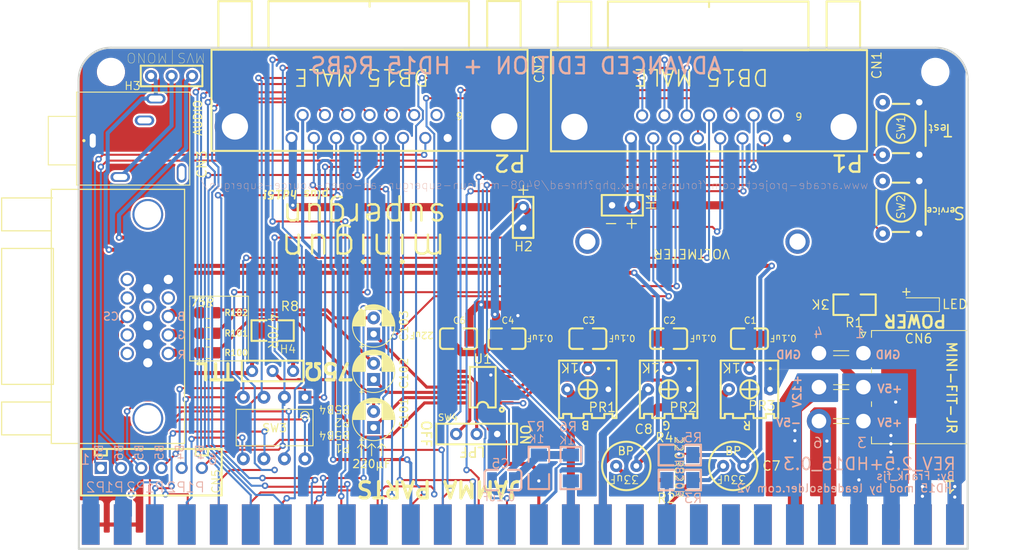
<source format=kicad_pcb>
(kicad_pcb (version 20240108) (generator "pcbnew") (generator_version "8.0")
  (layers (0 "F.Cu" signal) (31 "B.Cu" signal) (34 "B.Paste" user) (35 "F.Paste" user) (36 "B.SilkS" user "B.Silkscreen") (37 "F.SilkS" user "F.Silkscreen") (38 "B.Mask" user) (39 "F.Mask" user) (44 "Edge.Cuts" user))
  (net 0 "")
  (net 1 "+12V")
  (net 2 "+5V")
  (net 3 "-5V")
  (net 4 "GND")
  (net 5 "P1_B1")
  (net 6 "P1_B2")
  (net 7 "P1_B3")
  (net 8 "P1_B4")
  (net 9 "P1_B5")
  (net 10 "P1_B6")
  (net 11 "P1_COIN")
  (net 12 "P1_DOWN")
  (net 13 "P1_LEFT")
  (net 14 "P1_RIGHT")
  (net 15 "P1_START")
  (net 16 "P1_UP")
  (net 17 "P2_B1")
  (net 18 "P2_B2")
  (net 19 "P2_B3")
  (net 20 "P2_B4")
  (net 21 "P2_B5")
  (net 22 "P2_B6")
  (net 23 "P2_COIN")
  (net 24 "P2_DOWN")
  (net 25 "P2_LEFT")
  (net 26 "P2_RIGHT")
  (net 27 "P2_START")
  (net 28 "P2_UP")
  (net 29 "SP+_1")
  (net 30 "SP+_2")
  (net 31 "SP+_3")
  (net 32 "SP+_4")
  (net 33 "SW_SERVICE")
  (net 34 "SW_TEST")
  (net 35 "VIDEO_BLUE")
  (net 36 "VIDEO_BLUE_1")
  (net 37 "VIDEO_BLUE_2")
  (net 38 "VIDEO_BLUE_3")
  (net 39 "VIDEO_GREEN")
  (net 40 "VIDEO_GREEN_1")
  (net 41 "VIDEO_GREEN_2")
  (net 42 "VIDEO_GREEN_3")
  (net 43 "VIDEO_RED")
  (net 44 "VIDEO_RED_1")
  (net 45 "VIDEO_RED_2")
  (net 46 "VIDEO_RED_3")
  (net 47 "VIDEO_SYNC")
  (net 48 "VIDEO_SYNC_1")
  (net 49 "VIDEO_SYNC_3")
  (net 50 "VIDEO_SYNC_4")
  (net 51 "VIDEO_SYNC_1A")
  (net 52 "SP-_4")
  (net 53 "P2_B5_J")
  (net 54 "P2_B4_J")
  (net 55 "SP-_3")
  (net 56 "SP-_2")
  (net 57 "SP-_1")
  (net 58 "VIDEO_SYNC_5")
  (net 59 "LPF")
  (net 60 "AUDIO")
  (net 61 "LED")
  (net 62 "P1_B5_J")
  (net 63 "P1_B4_J")
  (net 64 "VIDEO_RED_4")
  (net 65 "VIDEO_GREEN_4")
  (net 66 "VIDEO_BLUE_4")
  (net 67 "VIDEO_RED_5")
  (net 68 "VIDEO_GREEN_5")
  (net 69 "VIDEO_BLUE_5")
  (footprint "Connector_TE_AMP_HD15:FIXED-1-1734530-1" (layer "F.Cu") (at -3.25 11.25 90)
    (property "Reference" "REF**" (hide yes))
    (property "Value" "CONN_1-1734530-1_TYCO" (hide yes))
  )
  (footprint "easyeda:TACTILE-PTH" (layer "F.Cu") (at 101.75 -12 -90)
    (property "Reference" "SW1")
    (property "Value" "MJTP1230")
  )
  (footprint "easyeda:CL-SA-12C-02" (layer "F.Cu") (at 49.25 25.8 180)
    (property "Reference" "SW4")
    (property "Value" "CL-SA-12C-02" (hide yes))
  )
  (footprint "MinigunParts:DIPSwitch-4" (layer "F.Cu") (at 28 21.25 -90)
    (property "Reference" "SW3")
    (property "Value" "DIPSwitch-4")
  )
  (footprint "Capacitor_THT:CP_Radial_D5.0mm_P2.00mm" (layer "F.Cu") (at 36.5 19.05 90)
    (property "Reference" "C102")
    (property "Value" "CP_Radial_D5.0mm_P2.00mm")
  )
  (footprint "Resistor_SMD:R_0805_2012Metric_Pad1.15x1.40mm_HandSolder" (layer "F.Cu") (at 16 13.335)
    (property "Reference" "R101")
    (property "Value" "R_0805_2012Metric_Pad1.15x1.40mm_HandSolder")
  )
  (footprint "Resistor_SMD:R_0805_2012Metric_Pad1.15x1.40mm_HandSolder" (layer "F.Cu") (at 16 10.795)
    (property "Reference" "R102")
    (property "Value" "R_0805_2012Metric_Pad1.15x1.40mm_HandSolder")
  )
  (footprint "Resistor_SMD:R_0805_2012Metric_Pad1.15x1.40mm_HandSolder" (layer "F.Cu") (at 16 15.75)
    (property "Reference" "R100")
    (property "Value" "R_0805_2012Metric_Pad1.15x1.40mm_HandSolder")
  )
  (footprint "Capacitor_THT:CP_Radial_D5.0mm_P2.00mm" (layer "F.Cu") (at 36.5 13.43 90)
    (property "Reference" "C103")
    (property "Value" "CP_Radial_D5.0mm_P2.00mm")
  )
  (footprint "Capacitor_THT:CP_Radial_D5.0mm_P2.00mm" (layer "F.Cu") (at 36.5 25 90)
    (property "Reference" "C101")
    (property "Value" "CP_Radial_D5.0mm_P2.00mm")
  )
  (footprint "easyeda:JAMMA PINS 3.96MM PITCH 2.2MM X 5MM" (layer "F.Cu") (at 1.5 37)
    (property "Reference" "J1A" (hide yes))
    (property "Value" "JAMMA PINS 3.96MM PITCH 2.2MM X 5MM" (hide yes))
  )
  (footprint "easyeda:TSSOP-14" (layer "F.Cu") (at 50 20 180)
    (property "Reference" "U1")
    (property "Value" "THS7374")
  )
  (footprint "easyeda:1206" (layer "F.Cu") (at 60.9 30 90)
    (property "Reference" "R6")
    (property "Value" "RESISTOR 1206" (hide yes))
  )
  (footprint "easyeda:CAP_1206" (layer "F.Cu") (at 47 14)
    (property "Reference" "C6")
    (property "Value" "CAPACITOR 1206" (hide yes))
  )
  (footprint "easyeda:RES-ADJ_3362P" (layer "F.Cu") (at 73 19 90)
    (property "Reference" "PR2")
    (property "Value" "3362P-1-102LF")
  )
  (footprint "easyeda:1206" (layer "F.Cu") (at 74.38 31.5)
    (property "Reference" "R3")
    (property "Value" "RESISTOR 1206" (hide yes))
  )
  (footprint "easyeda:VOLTMETER - SEED STUDIO" (layer "F.Cu") (at 75.95 2)
    (property "Reference" "VOLTMETER" (hide yes))
    (property "Value" "VOLTMETER - SEED STUDIO" (hide yes))
  )
  (footprint "easyeda:LED_1206" (layer "F.Cu") (at 104 9.8 180)
    (property "Reference" "LED")
    (property "Value" "LED 1206" (hide yes))
  )
  (footprint "easyeda:HEADER - 2 PIN" (layer "F.Cu") (at 55 -1 90)
    (property "Reference" "H2")
    (property "Value" "HEADER - 2 PIN" (hide yes))
  )
  (footprint "AutoGenerated:MountingHole_3.00mm" (layer "F.Cu") (at 4 -19)
    (property "Reference" "")
    (property "Value" "")
  )
  (footprint "easyeda:CAP_1206" (layer "F.Cu") (at 63 14)
    (property "Reference" "C3")
    (property "Value" "CAPACITOR 1206" (hide yes))
  )
  (footprint "easyeda:CAP_1206" (layer "F.Cu") (at 73 14)
    (property "Reference" "C2")
    (property "Value" "CAPACITOR 1206" (hide yes))
  )
  (footprint "easyeda:CAPACITOR - TH - 2.5MM PITCH - 6MM ROUND - BP" (layer "F.Cu") (at 67.76 29.75)
    (property "Reference" "C8")
    (property "Value" "BP")
  )
  (footprint "easyeda:1206" (layer "F.Cu") (at 96 9.8)
    (property "Reference" "R1")
    (property "Value" "RESISTOR 1206" (hide yes))
  )
  (footprint "easyeda:1206" (layer "F.Cu") (at 24 13)
    (property "Reference" "R8")
    (property "Value" "RESISTOR 1206" (hide yes))
  )
  (footprint "easyeda:JAMMA PINS 3.96MM PITCH 2.2MM X 5MM" (layer "F.Cu") (at 108.42 37)
    (property "Reference" "J1B" (hide yes))
    (property "Value" "JAMMA PINS 3.96MM PITCH 2.2MM X 5MM" (hide yes))
  )
  (footprint "easyeda:MOLEX_MINIFIT-JR-5569-06A2_2X03X4.20MM_ANGLED" (layer "F.Cu") (at 98 20 -90)
    (property "Reference" "CN6")
    (property "Value" "353180620")
  )
  (footprint "easyeda:CAP_1206" (layer "F.Cu") (at 53 14)
    (property "Reference" "C4")
    (property "Value" "CAPACITOR 1206" (hide yes))
  )
  (footprint "easyeda:HEADER - 2 PIN" (layer "F.Cu") (at 67.27 -2.5)
    (property "Reference" "H1")
    (property "Value" "HEADER - 2 PIN" (hide yes))
  )
  (footprint "AutoGenerated:MountingHole_3.00mm" (layer "F.Cu") (at 106 -19)
    (property "Reference" "")
    (property "Value" "")
  )
  (footprint "easyeda:3 PIN HEADER" (layer "F.Cu") (at 11.5 -18.5)
    (property "Reference" "H3")
    (property "Value" "HEADER - 3 PIN" (hide yes))
  )
  (footprint "easyeda:DB15-G-DC" (layer "F.Cu") (at 36 -12.25 90)
    (property "Reference" "CN2")
    (property "Value" "9")
  )
  (footprint "easyeda:JST_XH_6P - B6B-XH-A" (layer "F.Cu") (at 9 30)
    (property "Reference" "CN5")
    (property "Value" "B6B-XH-A(LF)(SN)")
  )
  (footprint "easyeda:1206" (layer "F.Cu") (at 56.94 30 -90)
    (property "Reference" "R7")
    (property "Value" "RESISTOR 1206" (hide yes))
  )
  (footprint "easyeda:1206" (layer "F.Cu") (at 74.38 28.4)
    (property "Reference" "R4")
    (property "Value" "RESISTOR 1206" (hide yes))
  )
  (footprint "easyeda:RES-ADJ_3362P" (layer "F.Cu") (at 83 19 90)
    (property "Reference" "PR3")
    (property "Value" "3362P-1-102LF" (hide yes))
  )
  (footprint "easyeda:SWITCHCRAFT_35RAPC4BH3" (layer "F.Cu") (at 6.75 -10.75)
    (property "Reference" "CN3")
    (property "Value" "35RAPC4BH3")
  )
  (footprint "easyeda:CAP_1206" (layer "F.Cu") (at 52.5 31.5 180)
    (property "Reference" "C5")
    (property "Value" "CAPACITOR 1206" (hide yes))
  )
  (footprint "easyeda:CAPACITOR - TH - 2.5MM PITCH - 6MM ROUND - BP" (layer "F.Cu") (at 81 29.75)
    (property "Reference" "C7")
    (property "Value" "BP")
  )
  (footprint "easyeda:DB15-G-DC" (layer "F.Cu") (at 78 -12.2 90)
    (property "Reference" "CN1")
    (property "Value" "9")
  )
  (footprint "easyeda:TACTILE-PTH" (layer "F.Cu") (at 101.75 -2.25 -90)
    (property "Reference" "SW2")
    (property "Value" "MJTP1230" (hide yes))
  )
  (footprint "easyeda:3 PIN HEADER" (layer "F.Cu") (at 24 18)
    (property "Reference" "H4")
    (property "Value" "SYNC")
  )
  (footprint "easyeda:1206" (layer "F.Cu") (at 74.38 28.4)
    (property "Reference" "R5")
    (property "Value" "RESISTOR 1206" (hide yes))
  )
  (footprint "easyeda:RES-ADJ_3362P" (layer "F.Cu") (at 63 19 90)
    (property "Reference" "PR1")
    (property "Value" "3362P-1-102LF" (hide yes))
  )
  (footprint "easyeda:1206" (layer "F.Cu") (at 74.38 31.5)
    (property "Reference" "R2")
    (property "Value" "RESISTOR 1206" (hide yes))
  )
  (footprint "easyeda:CAP_1206" (layer "F.Cu") (at 83 14)
    (property "Reference" "C1")
    (property "Value" "CAPACITOR 1206" (hide yes))
  )
  (gr_line (start 13.75 8.75) (end 13.75 10) (stroke (width 0.12)) (layer "F.SilkS"))
  (gr_line (start 27.75 5) (end 27.75 5.25) (stroke (width 0.12)) (layer "F.SilkS"))
  (gr_line (start 37.5 28.5) (end 37.5 27) (stroke (width 0.12)) (layer "F.SilkS"))
  (gr_line (start 37.75 27.25) (end 38 27.5) (stroke (width 0.12)) (layer "F.SilkS"))
  (gr_line (start 37.5 27) (end 37.25 27.25) (stroke (width 0.12)) (layer "F.SilkS"))
  (gr_line (start 37.5 27) (end 37.75 27.25) (stroke (width 0.12)) (layer "F.SilkS"))
  (gr_line (start 37.25 27.25) (end 37 27.5) (stroke (width 0.12)) (layer "F.SilkS"))
  (gr_line (start 34.75 27.25) (end 34.5 27.5) (stroke (width 0.12)) (layer "F.SilkS"))
  (gr_line (start 35 27) (end 35.25 27.25) (stroke (width 0.12)) (layer "F.SilkS"))
  (gr_line (start 35 28.5) (end 35 27) (stroke (width 0.12)) (layer "F.SilkS"))
  (gr_line (start 35 27) (end 34.75 27.25) (stroke (width 0.12)) (layer "F.SilkS"))
  (gr_line (start 35.25 27.25) (end 35.5 27.5) (stroke (width 0.12)) (layer "F.SilkS"))
  (gr_line (start 36 27.25) (end 35.75 27.5) (stroke (width 0.12)) (layer "F.SilkS"))
  (gr_line (start 21 8.75) (end 13.75 8.75) (stroke (width 0.12)) (layer "F.SilkS"))
  (gr_line (start 13.75 10) (end 13.75 16.75) (stroke (width 0.12)) (layer "F.SilkS"))
  (gr_line (start 36.5 27.25) (end 36.75 27.5) (stroke (width 0.12)) (layer "F.SilkS"))
  (gr_line (start 36.25 28.5) (end 36.25 27) (stroke (width 0.12)) (layer "F.SilkS"))
  (gr_line (start 36.25 27) (end 36.5 27.25) (stroke (width 0.12)) (layer "F.SilkS"))
  (gr_line (start 13.75 16.75) (end 21 16.75) (stroke (width 0.12)) (layer "F.SilkS"))
  (gr_line (start 21 16.75) (end 21 8.75) (stroke (width 0.12)) (layer "F.SilkS"))
  (gr_line (start 36.25 27) (end 36 27.25) (stroke (width 0.12)) (layer "F.SilkS"))
  (gr_arc (start 106 -22) (mid 108.828427 -20.828427) (end 110 -18) (stroke (width 0.254)) (layer "Edge.Cuts"))
  (gr_line (start 106 -22) (end 4 -22) (stroke (width 0.254)) (layer "Edge.Cuts"))
  (gr_line (start 0 -18) (end 0.03 39.999) (stroke (width 0.254)) (layer "Edge.Cuts"))
  (gr_line (start 110 40) (end 0.03 39.999) (stroke (width 0.254)) (layer "Edge.Cuts"))
  (gr_arc (start 0 -18) (mid 1.171573 -20.828427) (end 4 -22) (stroke (width 0.254)) (layer "Edge.Cuts"))
  (gr_line (start 110 -18) (end 110 40) (stroke (width 0.254)) (layer "Edge.Cuts"))
  (gr_text "820R" (at 74.5 29.75 90) (layer "B.SilkS") (effects (font (size 1 1) (thickness 0.12)) (justify left mirror)))
  (gr_text "220R" (at 74.5 26 90) (layer "B.SilkS") (effects (font (size 1 1) (thickness 0.12)) (justify left mirror)))
  (gr_text "R" (at 12.75 16 0) (layer "B.SilkS") (effects (font (size 1 1)) (justify mirror)))
  (gr_text "G" (at 12.75 13.548192 0) (layer "B.SilkS") (effects (font (size 1 1)) (justify mirror)))
  (gr_text "B" (at 12.7 11.258128 0) (layer "B.SilkS") (effects (font (size 1 1)) (justify mirror)))
  (gr_text "B4" (at 12.5 27 90) (layer "B.SilkS") (effects (font (size 1 1) (thickness 0.125)) (justify left mirror)))
  (gr_text "1K" (at 61.482 26.6 0) (layer "B.SilkS") (effects (font (size 1 1) (thickness 0.12)) (justify left mirror)))
  (gr_text "P2" (at 8.4 32.4 0) (layer "B.SilkS") (effects (font (size 1.25 1.25) (thickness 0.125)) (justify left mirror)))
  (gr_text "By: Frank_fjs" (at 108.5 30.988 0) (layer "B.SilkS") (effects (font (size 1 1)) (justify left mirror)))
  (gr_text "+5V" (at 102.027 24.4 0) (layer "B.SilkS") (effects (font (size 1 1) (thickness 0.2)) (justify left mirror)))
  (gr_text "P1" (at 15.7 32.4 0) (layer "B.SilkS") (effects (font (size 1.25 1.25) (thickness 0.125)) (justify left mirror)))
  (gr_text "P1" (at 5.7 32.4 0) (layer "B.SilkS") (effects (font (size 1.25 1.25) (thickness 0.125)) (justify left mirror)))
  (gr_text "6" (at 92.143 26.9 0) (layer "B.SilkS") (effects (font (size 1.25 1.25)) (justify left mirror)))
  (gr_text "B5" (at 10 27 90) (layer "B.SilkS") (effects (font (size 1 1) (thickness 0.125)) (justify left mirror)))
  (gr_text "3" (at 97.6 26.9 0) (layer "B.SilkS") (effects (font (size 1.25 1.25)) (justify left mirror)))
  (gr_text "B6" (at 5 27 90) (layer "B.SilkS") (effects (font (size 1 1) (thickness 0.125)) (justify left mirror)))
  (gr_text "6" (at 17.272 28.956 0) (layer "B.SilkS") (effects (font (size 1.25 1.25)) (justify left mirror)))
  (gr_text "+5V" (at 102.027 20.2 0) (layer "B.SilkS") (effects (font (size 1 1) (thickness 0.2)) (justify left mirror)))
  (gr_text "CS" (at 4 11.25 0) (layer "B.SilkS") (effects (font (size 1 1)) (justify mirror)))
  (gr_text "ADVANCED EDITION + HD15 RGBS" (at 79.75 -19.75 0) (layer "B.SilkS") (effects (font (size 2 2) (thickness 0.3)) (justify left mirror)))
  (gr_text "0.1uF" (at 54.123 33.6 0) (layer "B.SilkS") (effects (font (size 1 1) (thickness 0.12)) (justify left mirror)))
  (gr_text "HD15 mod by leadedsolder.com v2" (at 108.204 32.512 0) (layer "B.SilkS") (effects (font (size 1 1)) (justify left mirror)))
  (gr_text "REV_2.5+HD15_0.3" (at 108.654 29.5 0) (layer "B.SilkS") (effects (font (size 1.5 1.5) (thickness 0.2)) (justify left mirror)))
  (gr_text "P1" (at 10.7 32.4 0) (layer "B.SilkS") (effects (font (size 1.25 1.25) (thickness 0.125)) (justify left mirror)))
  (gr_text "P2" (at 3.4 32.4 0) (layer "B.SilkS") (effects (font (size 1.25 1.25) (thickness 0.125)) (justify left mirror)))
  (gr_text "1" (at 97.344 13.3 0) (layer "B.SilkS") (effects (font (size 1.25 1.25)) (justify left mirror)))
  (gr_text "+12V" (at 88.9 18.4 90) (layer "B.SilkS") (effects (font (size 1 1) (thickness 0.2)) (justify left mirror)))
  (gr_text "B4" (at 15 27 90) (layer "B.SilkS") (effects (font (size 1 1) (thickness 0.125)) (justify left mirror)))
  (gr_text "4" (at 92.2 13.3 0) (layer "B.SilkS") (effects (font (size 1.25 1.25)) (justify left mirror)))
  (gr_text "-5V" (at 89.5 24.4 0) (layer "B.SilkS") (effects (font (size 1 1) (thickness 0.2)) (justify left mirror)))
  (gr_text "www.arcade-projects.com/forums/index.php?thread/9408-minigun-supergun-an-open-source-supergun/" (at 97.75 -5 0) (layer "B.SilkS") (effects (font (size 1 1) (thickness 0.045)) (justify left mirror)))
  (gr_text "P2" (at 13.4 32.4 0) (layer "B.SilkS") (effects (font (size 1.25 1.25) (thickness 0.125)) (justify left mirror)))
  (gr_text "B5" (at 7.5 27 90) (layer "B.SilkS") (effects (font (size 1 1) (thickness 0.125)) (justify left mirror)))
  (gr_text "1K" (at 57.7 26.416 0) (layer "B.SilkS") (effects (font (size 1 1) (thickness 0.12)) (justify left mirror)))
  (gr_text "GND" (at 101.8 16 0) (layer "B.SilkS") (effects (font (size 1 1) (thickness 0.2)) (justify left mirror)))
  (gr_text "B6" (at 2.5 27 90) (layer "B.SilkS") (effects (font (size 1 1) (thickness 0.125)) (justify left mirror)))
  (gr_text "GND" (at 89.5 16 0) (layer "B.SilkS") (effects (font (size 1 1) (thickness 0.2)) (justify left mirror)))
  (gr_text "1" (at 1.524 28.956 0) (layer "B.SilkS") (effects (font (size 1.25 1.25)) (justify left mirror)))
  (gr_text "est" (at 107.495 -12.005 180) (layer "F.SilkS") (effects (font (size 1 1)) (justify left)))
  (gr_text "T" (at 108.25 -11.8 180) (layer "F.SilkS") (effects (font (size 1.5 1.5) (thickness 0.2)) (justify left)))
  (gr_text "B5B4" (at 33.7 25.95 180) (layer "F.SilkS") (effects (font (size 1 1) (thickness 0.12)) (justify left)))
  (gr_text "S" (at 109.8 -1.55 180) (layer "F.SilkS") (effects (font (size 1.5 1.5) (thickness 0.2)) (justify left)))
  (gr_text "1K" (at 82 17.6 180) (layer "F.SilkS") (effects (font (size 1.15 1.15)) (justify left)))
  (gr_text "+" (at 101.6 8.128 0) (layer "F.SilkS") (effects (font (size 1.15 1.15)) (justify left)))
  (gr_text "ervice" (at 108.546 -1.835 180) (layer "F.SilkS") (effects (font (size 0.8 0.8)) (justify left)))
  (gr_text "ON" (at 55.25 24.5 270) (layer "F.SilkS") (effects (font (size 1.2 1.2) (thickness 0.2)) (justify left)))
  (gr_text "DB15 MALE" (at 43.518 -18.349 180) (layer "F.SilkS") (effects (font (size 2 2) (thickness 0.2)) (justify left)))
  (gr_text "G" (at 73.341 24.701 180) (layer "F.SilkS") (effects (font (size 1 1) (thickness 0.175)) (justify left)))
  (gr_text "22uF" (at 44 13.575 180) (layer "F.SilkS") (effects (font (size 0.8 0.8)) (justify left)))
  (gr_text "+" (at 67.4 -0.349 0) (layer "F.SilkS") (effects (font (size 1.5 1.5)) (justify left)))
  (gr_text "-" (at 64.851 -0.349 0) (layer "F.SilkS") (effects (font (size 1.5 1.5)) (justify left)))
  (gr_text "75Ω" (at 34.25 18 180) (layer "F.SilkS") (effects (font (size 2 2) (thickness 0.4) (bold yes)) (justify left)))
  (gr_text "220R" (at 74.25 26 270) (layer "F.SilkS") (effects (font (size 1 1) (thickness 0.12)) (justify left)))
  (gr_text "0.1uF" (at 58.801 13.945 180) (layer "F.SilkS") (effects (font (size 0.8 0.8) (thickness 0.12)) (justify left)))
  (gr_text "3K" (at 93 9.721 180) (layer "F.SilkS") (effects (font (size 1.15 1.15)) (justify left)))
  (gr_text "33uF" (at 69.392 31.4 180) (layer "F.SilkS") (effects (font (size 1 1) (thickness 0.12)) (justify left)))
  (gr_text "TTL" (at 19.5 18 180) (layer "F.SilkS") (effects (font (size 2 2) (thickness 0.4) (bold yes)) (justify left)))
  (gr_text "P1" (at 97.25 -7.75 180) (layer "F.SilkS") (effects (font (size 2 2) (thickness 0.3)) (justify left)))
  (gr_text "supergun" (at 45.75 -1.25 180) (layer "F.SilkS") (effects (font (size 3 3) (thickness 0.3)) (justify left)))
  (gr_text "B5B4" (at 33.7 22.75 180) (layer "F.SilkS") (effects (font (size 1 1) (thickness 0.12)) (justify left)))
  (gr_text "R" (at 83.318 24.701 180) (layer "F.SilkS") (effects (font (size 1 1) (thickness 0.175)) (justify left)))
  (gr_text "P2" (at 55.5 -7.75 180) (layer "F.SilkS") (effects (font (size 2 2) (thickness 0.3)) (justify left)))
  (gr_text "JAMMA PARTS" (at 54.9 32.6 180) (layer "F.SilkS") (effects (font (size 2 2) (thickness 0.4)) (justify left)))
  (gr_text "P2" (at 33.7 24.35 180) (layer "F.SilkS") (effects (font (size 1 1) (thickness 0.12)) (justify left)))
  (gr_text "220µF" (at 36.25 29.5 0) (layer "F.SilkS") (effects (font (size 1 1))))
  (gr_text "0.1uF" (at 88.9 13.945 180) (layer "F.SilkS") (effects (font (size 0.8 0.8) (thickness 0.12)) (justify left)))
  (gr_text "75R" (at 15.25 9.5 0) (layer "F.SilkS") (effects (font (size 1 1) (thickness 0.15) (italic yes))))
  (gr_text "0.1uF" (at 68.961 13.945 180) (layer "F.SilkS") (effects (font (size 0.8 0.8) (thickness 0.12)) (justify left)))
  (gr_text "POWER" (at 107.5 11.8 180) (layer "F.SilkS") (effects (font (size 1.5 1.5) (thickness 0.3)) (justify left)))
  (gr_text "1" (at 108.65 32.3 180) (layer "F.SilkS") (effects (font (size 1.5 1.5) (thickness 0.2)) (justify left)))
  (gr_text "DB15 MALE" (at 85.52 -18.35 180) (layer "F.SilkS") (effects (font (size 2 2) (thickness 0.2)) (justify left)))
  (gr_text "VOLTMETER" (at 80.676 3.5 180) (layer "F.SilkS") (effects (font (size 1.15 1.15)) (justify left)))
  (gr_text "AUDIO" (at 14.75 -11 90) (layer "F.SilkS") (effects (font (size 1 1)) (justify left)))
  (gr_text "+" (at 54 -4.5 0) (layer "F.SilkS") (effects (font (size 1.5 1.5)) (justify left)))
  (gr_text "P1" (at 33.7 27.55 180) (layer "F.SilkS") (effects (font (size 1 1) (thickness 0.12)) (justify left)))
  (gr_text "820R" (at 74.25 29.75 270) (layer "F.SilkS") (effects (font (size 1 1) (thickness 0.12)) (justify left)))
  (gr_text "0.1uF" (at 78.994 13.945 180) (layer "F.SilkS") (effects (font (size 0.8 0.8) (thickness 0.12)) (justify left)))
  (gr_text "33uF" (at 82.632 31.4 180) (layer "F.SilkS") (effects (font (size 1 1) (thickness 0.12)) (justify left)))
  (gr_text "470R" (at 24 10.75 270) (layer "F.SilkS") (effects (font (size 1.15 1.15)) (justify left)))
  (gr_text "1K" (at 62 17.599 180) (layer "F.SilkS") (effects (font (size 1.15 1.15)) (justify left)))
  (gr_text "MINI-FIT-JR" (at 108 14.25 -90) (layer "F.SilkS") (effects (font (size 1.2 1.2) (thickness 0.2)) (justify left)))
  (gr_text "LPF" (at 50.45 28 180) (layer "F.SilkS") (effects (font (size 1.2 1.2) (thickness 0.2)) (justify left)))
  (gr_text "OFF" (at 43 24 270) (layer "F.SilkS") (effects (font (size 1.2 1.2) (thickness 0.2)) (justify left)))
  (gr_text "MVS|MONO" (at 15.75 -20.75 180) (layer "F.SilkS") (effects (font (size 1.2 1.2) (thickness 0.045)) (justify left)))
  (gr_text "plus hd15!" (at 31.115 -4.445 180) (layer "F.SilkS") (effects (font (size 1 1) (thickness 0.2) (bold yes) (italic yes)) (justify left bottom)))
  (gr_text "minigun" (at 45.75 2.75 180) (layer "F.SilkS") (effects (font (size 3.5 3.5) (thickness 0.3)) (justify left)))
  (gr_text "1K" (at 72 17.601 180) (layer "F.SilkS") (effects (font (size 1.15 1.15)) (justify left)))
  (gr_text "B" (at 63.318 24.7 180) (layer "F.SilkS") (effects (font (size 1 1) (thickness 0.175)) (justify left)))
  (segment (start 91.6 20) (end 89.399999 22.200001) (width 1) (layer "F.Cu") (net 1))
  (segment (start 89.399999 22.200001) (end 89.299999 22.200001) (width 1) (layer "F.Cu") (net 1))
  (segment (start 88.62 22.88) (end 88.62 37) (width 1) (layer "F.Cu") (net 1))
  (segment (start 89.299999 22.200001) (end 88.62 22.88) (width 1) (layer "F.Cu") (net 1))
  (via (at 88.62 25.38) (size 0.8) (drill 0.4) (layers "F.Cu" "B.Cu") (net 1))
  (via (at 88.62 26.63) (size 0.8) (drill 0.4) (layers "F.Cu" "B.Cu") (net 1))
  (segment (start 88.62 26.63) (end 88.62 25.38) (width 1) (layer "B.Cu") (net 1))
  (segment (start 88.62 25.38) (end 88.62 22.98) (width 1) (layer "B.Cu") (net 1))
  (segment (start 88.62 22.98) (end 91.6 20) (width 1) (layer "B.Cu") (net 1))
  (segment (start 88.62 37) (end 88.62 26.63) (width 1) (layer "B.Cu") (net 1))
  (segment (start 96.54 37) (end 96.54 31.476) (width 1) (layer "F.Cu") (net 2))
  (segment (start 68.54 -2.5) (end 67.089999 -1.049999) (width 1) (layer "F.Cu") (net 2))
  (segment (start 45.8225 19.35) (end 45.65 19.1775) (width 0.38) (layer "F.Cu") (net 2))
  (segment (start 45.65 19.1775) (end 45.65 14) (width 0.38) (layer "F.Cu") (net 2))
  (segment (start 48.260502 19.35) (end 47.104 19.35) (width 0.38) (layer "F.Cu") (net 2))
  (segment (start 55 -2.27) (end 26.73 -2.27) (width 1) (layer "F.Cu") (net 2))
  (segment (start 94.4 9.8) (end 94.4 17.3) (width 1) (layer "F.Cu") (net 2))
  (segment (start 51.65 14) (end 51.65 11.15) (width 1) (layer "F.Cu") (net 2))
  (segment (start 47.325001 15.675001) (end 49.974999 15.675001) (width 1) (layer "F.Cu") (net 2))
  (segment (start 100.5 28.024) (end 100.5 27.008) (width 1) (layer "F.Cu") (net 2))
  (segment (start 56.220001 -1.049999) (end 55 -2.27) (width 1) (layer "F.Cu") (net 2))
  (segment (start 47.104 19.35) (end 45.8225 19.35) (width 0.38) (layer "F.Cu") (net 2))
  (segment (start 100.5 23.4) (end 97.1 20) (width 1) (layer "F.Cu") (net 2))
  (segment (start 94.4 4.193998) (end 87.706002 -2.5) (width 1) (layer "F.Cu") (net 2))
  (segment (start 87.706002 -2.5) (end 68.54 -2.5) (width 1) (layer "F.Cu") (net 2))
  (segment (start 51.65 11.15) (end 51.5 11) (width 1) (layer "F.Cu") (net 2))
  (segment (start 100.5 27.008) (end 100.5 25.992) (width 1) (layer "F.Cu") (net 2))
  (segment (start 46.71 25.8) (end 48.395501 24.114499) (width 0.38) (layer "F.Cu") (net 2))
  (segment (start 94.4 9.8) (end 94.4 4.193998) (width 1) (layer "F.Cu") (net 2))
  (segment (start 100.5 25.992) (end 100.5 23.4) (width 1) (layer "F.Cu") (net 2))
  (segment (start 94.4 17.3) (end 97.1 20) (width 1) (layer "F.Cu") (net 2))
  (segment (start 96.54 31.476) (end 96.54 24.76) (width 1) (layer "F.Cu") (net 2))
  (segment (start 100.5 37) (end 100.5 28.024) (width 1) (layer "F.Cu") (net 2))
  (segment (start 26.73 -2.27) (end 26.5 -2.5) (width 1) (layer "F.Cu") (net 2))
  (segment (start 45.65 14) (end 47.325001 15.675001) (width 1) (layer "F.Cu") (net 2))
  (segment (start 48.395501 24.114499) (end 48.395501 19.484999) (width 0.38) (layer "F.Cu") (net 2))
  (segment (start 96.54 24.76) (end 97.1 24.2) (width 1) (layer "F.Cu") (net 2))
  (segment (start 67.089999 -1.049999) (end 56.220001 -1.049999) (width 1) (layer "F.Cu") (net 2))
  (segment (start 48.395501 19.484999) (end 48.260502 19.35) (width 0.38) (layer "F.Cu") (net 2))
  (segment (start 49.974999 15.675001) (end 51.65 14) (width 1) (layer "F.Cu") (net 2))
  (via (at 100.5 28.024) (size 0.8) (drill 0.4) (layers "F.Cu" "B.Cu") (net 2))
  (via (at 96.54 31.476) (size 0.8) (drill 0.4) (layers "F.Cu" "B.Cu") (net 2))
  (via (at 101.092 21.844) (size 0.8) (drill 0.4) (layers "F.Cu" "B.Cu") (net 2))
  (via (at 51.5 11) (size 0.8) (drill 0.4) (layers "F.Cu" "B.Cu") (net 2))
  (via (at 100.5 27.008) (size 0.8) (drill 0.4) (layers "F.Cu" "B.Cu") (net 2))
  (via (at 26.5 -2.5) (size 0.8) (drill 0.4) (layers "F.Cu" "B.Cu") (net 2))
  (via (at 100.5 25.992) (size 0.8) (drill 0.4) (layers "F.Cu" "B.Cu") (net 2))
  (segment (start 51.5 1.23) (end 55 -2.27) (width 1) (layer "B.Cu") (net 2))
  (segment (start 26.5 -2.5) (end 26.5 -10.67) (width 1) (layer "B.Cu") (net 2))
  (segment (start 68.54 -2.5) (end 68.54 -10.58) (width 1) (layer "B.Cu") (net 2))
  (segment (start 96.54 24.76) (end 97.1 24.2) (width 1) (layer "B.Cu") (net 2))
  (segment (start 51.5 11) (end 51.5 1.23) (width 1) (layer "B.Cu") (net 2))
  (segment (start 68.54 -10.58) (end 68.34 -10.78) (width 1) (layer "B.Cu") (net 2))
  (segment (start 26.5 -10.67) (end 26.34 -10.83) (width 1) (layer "B.Cu") (net 2))
  (segment (start 92.58 37) (end 92.58 25.18) (width 1) (layer "F.Cu") (net 3))
  (segment (start 92.58 25.18) (end 91.6 24.2) (width 1) (layer "F.Cu") (net 3))
  (via (at 92.58 26.67) (size 0.8) (drill 0.4) (layers "F.Cu" "B.Cu") (net 3))
  (segment (start 92.58 26.67) (end 92.58 25.18) (width 1) (layer "B.Cu") (net 3))
  (segment (start 92.58 37) (end 92.58 26.67) (width 1) (layer "B.Cu") (net 3))
  (segment (start 92.58 25.18) (end 91.6 24.2) (width 1) (layer "B.Cu") (net 3))
  (segment (start 51.997061 9.799991) (end 52.19707 10) (width 1) (layer "F.Cu") (net 4))
  (segment (start 52.895 18.7) (end 51.2 18.7) (width 0.38) (layer "F.Cu") (net 4))
  (segment (start 105.65 2.64) (end 104.011 1.001) (width 1) (layer "F.Cu") (net 4))
  (segment (start 104.011 -5.501) (end 104.011 -8.749) (width 1) (layer "F.Cu") (net 4))
  (segment (start 75.83 28.25) (end 75.98 28.4) (width 0.25) (layer "F.Cu") (net 4))
  (segment (start 56.94 30.524) (end 56.94 31.6) (width 0.5) (layer "F.Cu") (net 4))
  (segment (start 105.65 9.8) (end 105.65 2.64) (width 1) (layer "F.Cu") (net 4))
  (segment (start 54.35 10.6) (end 54.35 14) (width 1) (layer "F.Cu") (net 4))
  (segment (start 51.15 19.35) (end 51 19.5) (width 0.38) (layer "F.Cu") (net 4))
  (segment (start 51.2 18.7) (end 51 18.5) (width 0.38) (layer "F.Cu") (net 4))
  (segment (start 48.35 14) (end 48.35 10.9) (width 1) (layer "F.Cu") (net 4))
  (segment (start 52.19707 10) (end 53.75 10) (width 1) (layer "F.Cu") (net 4))
  (segment (start 51 25.01) (end 51 19.5) (width 1) (layer "F.Cu") (net 4))
  (segment (start 52.75 29.5) (end 55.916 29.5) (width 0.5) (layer "F.Cu") (net 4))
  (segment (start 52.75 26.76) (end 52.75 29.5) (width 0.5) (layer "F.Cu") (net 4))
  (segment (start 104.011 -8.749) (end 104.011 -15.251) (width 1) (layer "F.Cu") (net 4))
  (segment (start 49.450009 9.799991) (end 49.799991 9.799991) (width 1) (layer "F.Cu") (net 4))
  (segment (start 104.011 1.001) (end 104.011 -5.501) (width 1) (layer "F.Cu") (net 4))
  (segment (start 53.75 10) (end 54.35 10.6) (width 1) (layer "F.Cu") (net 4))
  (segment (start 51 19.5) (end 51 18.5) (width 1) (layer "F.Cu") (net 4))
  (segment (start 74.25 28.25) (end 75.83 28.25) (width 0.25) (layer "F.Cu") (net 4))
  (segment (start 49.799991 9.799991) (end 51.997061 9.799991) (width 1) (layer "F.Cu") (net 4))
  (segment (start 56.94 37) (end 56.94 31.6) (width 0.38) (layer "F.Cu") (net 4))
  (segment (start 51.79 25.8) (end 51 25.01) (width 1) (layer "F.Cu") (net 4))
  (segment (start 52.895 19.35) (end 51.15 19.35) (width 0.38) (layer "F.Cu") (net 4))
  (segment (start 51.79 25.8) (end 52.75 26.76) (width 0.5) (layer "F.Cu") (net 4))
  (segment (start 48.35 10.9) (end 49.450009 9.799991) (width 1) (layer "F.Cu") (net 4))
  (segment (start 55.916 29.5) (end 56.94 30.524) (width 0.5) (layer "F.Cu") (net 4))
  (via (at 51 18.5) (size 0.8) (drill 0.4) (layers "F.Cu" "B.Cu") (net 4))
  (via (at 104.4 33.5) (size 0.8) (drill 0.4) (layers "F.Cu" "B.Cu") (net 4))
  (via (at 104.4 32.3) (size 0.8) (drill 0.4) (layers "F.Cu" "B.Cu") (net 4))
  (via (at 56.94 31.6) (size 0.8) (drill 0.4) (layers "F.Cu" "B.Cu") (net 4))
  (via (at 74.25 28.25) (size 0.8) (drill 0.4) (layers "F.Cu" "B.Cu") (net 4))
  (via (at 108.4 33.6) (size 0.8) (drill 0.4) (layers "F.Cu" "B.Cu") (net 4))
  (via (at 49.799991 9.799991) (size 0.8) (drill 0.4) (layers "F.Cu" "B.Cu") (net 4))
  (via (at 108.4 32.3) (size 0.8) (drill 0.4) (layers "F.Cu" "B.Cu") (net 4))
  (via (at 54.35 11.15) (size 0.8) (drill 0.4) (layers "F.Cu" "B.Cu") (net 4))
  (segment (start 72.78 28.4) (end 74.1 28.4) (width 0.25) (layer "B.Cu") (net 4))
  (segment (start 55 0.27) (end 55 10.5) (width 1) (layer "B.Cu") (net 4))
  (segment (start 74.1 28.4) (end 74.25 28.25) (width 0.25) (layer "B.Cu") (net 4))
  (segment (start 51 18.5) (end 51 17) (width 0.5) (layer "B.Cu") (net 4))
  (segment (start 49.799991 15.799991) (end 49.799991 9.799991) (width 0.5) (layer "B.Cu") (net 4))
  (segment (start 51 17) (end 49.799991 15.799991) (width 0.5) (layer "B.Cu") (net 4))
  (segment (start 55 10.5) (end 54.35 11.15) (width 1) (layer "B.Cu") (net 4))
  (segment (start 25.26 37) (end 25.26 34.24) (width 0.25) (layer "F.Cu") (net 5))
  (segment (start 75.25 -19.5) (end 25.25 -19.5) (width 0.25) (layer "F.Cu") (net 5))
  (segment (start 25.26 34.24) (end 25.75 33.75) (width 0.25) (layer "F.Cu") (net 5))
  (via (at 75.25 -19.5) (size 0.8) (drill 0.4) (layers "F.Cu" "B.Cu") (net 5))
  (via (at 25.75 33.75) (size 0.8) (drill 0.4) (layers "F.Cu" "B.Cu") (net 5))
  (via (at 25.25 -19.5) (size 0.8) (drill 0.4) (layers "F.Cu" "B.Cu") (net 5))
  (segment (start 27.615001 19.449997) (end 27.615001 2.615001) (width 0.25) (layer "B.Cu") (net 5))
  (segment (start 25.264999 0.264999) (end 25.264999 -19.485001) (width 0.25) (layer "B.Cu") (net 5))
  (segment (start 75.24 -13.62) (end 75.24 -19.49) (width 0.25) (layer "B.Cu") (net 5))
  (segment (start 26.75 20.314998) (end 27.615001 19.449997) (width 0.25) (layer "B.Cu") (net 5))
  (segment (start 75.24 -19.49) (end 75.25 -19.5) (width 0.25) (layer "B.Cu") (net 5))
  (segment (start 26.75 33.75) (end 26.75 20.314998) (width 0.25) (layer "B.Cu") (net 5))
  (segment (start 27.615001 2.615001) (end 25.264999 0.264999) (width 0.25) (layer "B.Cu") (net 5))
  (segment (start 25.264999 -19.485001) (end 25.25 -19.5) (width 0.25) (layer "B.Cu") (net 5))
  (segment (start 25.75 33.75) (end 26.75 33.75) (width 0.25) (layer "B.Cu") (net 5))
  (segment (start 37.451997 32.774999) (end 32.151999 32.774999) (width 0.25) (layer "F.Cu") (net 6))
  (segment (start 76.62 -10.78) (end 76.62 -15.63) (width 0.25) (layer "F.Cu") (net 6))
  (segment (start 44 32.684315) (end 43.590683 32.274998) (width 0.25) (layer "F.Cu") (net 6))
  (segment (start 43.590683 32.274998) (end 37.951998 32.274998) (width 0.25) (layer "F.Cu") (net 6))
  (segment (start 22.525002 33.024998) (end 21.3 34.25) (width 0.25) (layer "F.Cu") (net 6))
  (segment (start 31.902 33.024998) (end 22.525002 33.024998) (width 0.25) (layer "F.Cu") (net 6))
  (segment (start 44 33.25) (end 44 32.684315) (width 0.25) (layer "F.Cu") (net 6))
  (segment (start 76.62 -15.63) (end 76.5 -15.75) (width 0.25) (layer "F.Cu") (net 6))
  (segment (start 21.3 34.25) (end 21.3 37) (width 0.25) (layer "F.Cu") (net 6))
  (segment (start 76.5 -15.75) (end 43 -15.75) (width 0.25) (layer "F.Cu") (net 6))
  (segment (start 37.951998 32.274998) (end 37.451997 32.774999) (width 0.25) (layer "F.Cu") (net 6))
  (segment (start 32.151999 32.774999) (end 31.902 33.024998) (width 0.25) (layer "F.Cu") (net 6))
  (via (at 44 33.25) (size 0.8) (drill 0.4) (layers "F.Cu" "B.Cu") (net 6))
  (via (at 43 -15.75) (size 0.8) (drill 0.4) (layers "F.Cu" "B.Cu") (net 6))
  (segment (start 44 -11.321002) (end 44 33.25) (width 0.25) (layer "B.Cu") (net 6))
  (segment (start 43 -15.75) (end 43.045012 -15.704988) (width 0.25) (layer "B.Cu") (net 6))
  (segment (start 43.045012 -15.704988) (end 43.045012 -12.27599) (width 0.25) (layer "B.Cu") (net 6))
  (segment (start 43.045012 -12.27599) (end 44 -11.321002) (width 0.25) (layer "B.Cu") (net 6))
  (segment (start 17.34 31.66) (end 17.34 37) (width 0.25) (layer "F.Cu") (net 7))
  (segment (start 24.25 30.25) (end 18.75 30.25) (width 0.25) (layer "F.Cu") (net 7))
  (segment (start 77.75 4) (end 20.75 4) (width 0.25) (layer "F.Cu") (net 7))
  (segment (start 18.75 30.25) (end 17.34 31.66) (width 0.25) (layer "F.Cu") (net 7))
  (via (at 77.75 4) (size 0.8) (drill 0.4) (layers "F.Cu" "B.Cu") (net 7))
  (via (at 20.75 4) (size 0.8) (drill 0.4) (layers "F.Cu" "B.Cu") (net 7))
  (via (at 24.25 30.25) (size 0.8) (drill 0.4) (layers "F.Cu" "B.Cu") (net 7))
  (segment (start 20.350001 4.399999) (end 20.350001 18.481003) (width 0.25) (layer "B.Cu") (net 7))
  (segment (start 21.794999 29.410001) (end 22.634998 30.25) (width 0.25) (layer "B.Cu") (net 7))
  (segment (start 20.350001 18.481003) (end 21.794999 19.926001) (width 0.25) (layer "B.Cu") (net 7))
  (segment (start 22.634998 30.25) (end 24.25 30.25) (width 0.25) (layer "B.Cu") (net 7))
  (segment (start 21.794999 19.926001) (end 21.794999 29.410001) (width 0.25) (layer "B.Cu") (net 7))
  (segment (start 78 3.75) (end 77.75 4) (width 0.25) (layer "B.Cu") (net 7))
  (segment (start 78 -13.62) (end 78 3.75) (width 0.25) (layer "B.Cu") (net 7))
  (segment (start 20.75 4) (end 20.350001 4.399999) (width 0.25) (layer "B.Cu") (net 7))
  (segment (start 62.073999 0.174999) (end 60.748998 1.5) (width 0.25) (layer "F.Cu") (net 8))
  (segment (start 17.25 28) (end 19.584998 28) (width 0.25) (layer "F.Cu") (net 8))
  (segment (start 19.839999 27.744999) (end 24.755001 27.744999) (width 0.25) (layer "F.Cu") (net 8))
  (segment (start 60.748998 1.5) (end 24.25 1.5) (width 0.25) (layer "F.Cu") (net 8))
  (segment (start 24.755001 27.744999) (end 25.25 27.25) (width 0.25) (layer "F.Cu") (net 8))
  (segment (start 15.25 30) (end 17.25 28) (width 0.25) (layer "F.Cu") (net 8))
  (segment (start 78.424999 0.174999) (end 62.073999 0.174999) (width 0.25) (layer "F.Cu") (net 8))
  (segment (start 19.584998 28) (end 19.839999 27.744999) (width 0.25) (layer "F.Cu") (net 8))
  (segment (start 79 0.75) (end 78.424999 0.174999) (width 0.25) (layer "F.Cu") (net 8))
  (via (at 25.25 27.25) (size 0.8) (drill 0.4) (layers "F.Cu" "B.Cu") (net 8))
  (via (at 79 0.75) (size 0.8) (drill 0.4) (layers "F.Cu" "B.Cu") (net 8))
  (via (at 24.25 1.5) (size 0.8) (drill 0.4) (layers "F.Cu" "B.Cu") (net 8))
  (segment (start 79.38 -10.78) (end 79.38 0.37) (width 0.25) (layer "B.Cu") (net 8))
  (segment (start 24.25 1.5) (end 24.25 15.5) (width 0.25) (layer "B.Cu") (net 8))
  (segment (start 25.464999 16.714999) (end 25.464999 22.214999) (width 0.25) (layer "B.Cu") (net 8))
  (segment (start 25.25 21.46) (end 25.46 21.25) (width 0.25) (layer "B.Cu") (net 8))
  (segment (start 25.25 27.25) (end 25.25 21.46) (width 0.25) (layer "B.Cu") (net 8))
  (segment (start 79.38 0.37) (end 79 0.75) (width 0.25) (layer "B.Cu") (net 8))
  (segment (start 24.25 15.5) (end 25.464999 16.714999) (width 0.25) (layer "B.Cu") (net 8))
  (segment (start 30.329572 21.25) (end 30.362877 21.283305) (width 0.25) (layer "F.Cu") (net 9))
  (segment (start 28 21.25) (end 28 20.2) (width 0.25) (layer "F.Cu") (net 9))
  (segment (start 12.625001 20.124999) (end 12.5 20.25) (width 0.25) (layer "F.Cu") (net 9))
  (segment (start 28 20.2) (end 27.924999 20.124999) (width 0.25) (layer "F.Cu") (net 9))
  (segment (start 10.25 30) (end 12 28.25) (width 0.25) (layer "F.Cu") (net 9))
  (segment (start 83.5 -7.25) (end 30.5 -7.25) (width 0.25) (layer "F.Cu") (net 9))
  (segment (start 27.924999 20.124999) (end 12.625001 20.124999) (width 0.25) (layer "F.Cu") (net 9))
  (segment (start 28 21.25) (end 30.329572 21.25) (width 0.25) (layer "F.Cu") (net 9))
  (via (at 12 28.25) (size 0.8) (drill 0.4) (layers "F.Cu" "B.Cu") (net 9))
  (via (at 12.5 20.25) (size 0.8) (drill 0.4) (layers "F.Cu" "B.Cu") (net 9))
  (via (at 30.362877 21.283305) (size 0.8) (drill 0.4) (layers "F.Cu" "B.Cu") (net 9))
  (via (at 83.5 -7.25) (size 0.8) (drill 0.4) (layers "F.Cu" "B.Cu") (net 9))
  (via (at 30.5 -7.25) (size 0.8) (drill 0.4) (layers "F.Cu" "B.Cu") (net 9))
  (segment (start 83.52 -13.62) (end 83.52 -7.27) (width 0.25) (layer "B.Cu") (net 9))
  (segment (start 83.52 -7.27) (end 83.5 -7.25) (width 0.25) (layer "B.Cu") (net 9))
  (segment (start 30.5 -7.25) (end 30.5 21.146182) (width 0.25) (layer "B.Cu") (net 9))
  (segment (start 12.5 20.25) (end 12.5 27.75) (width 0.25) (layer "B.Cu") (net 9))
  (segment (start 12.5 27.75) (end 12 28.25) (width 0.25) (layer "B.Cu") (net 9))
  (segment (start 30.5 21.146182) (end 30.362877 21.283305) (width 0.25) (layer "B.Cu") (net 9))
  (segment (start 3.52501 -8.02501) (end 84.72499 -8.02501) (width 0.25) (layer "F.Cu") (net 10))
  (segment (start 84.72499 -8.02501) (end 84.9 -8.20002) (width 0.25) (layer "F.Cu") (net 10))
  (segment (start 84.9 -8.20002) (end 84.9 -10.78) (width 0.25) (layer "F.Cu") (net 10))
  (segment (start 2.75 -7.25) (end 3.52501 -8.02501) (width 0.25) (layer "F.Cu") (net 10))
  (via (at 2.75 -7.25) (size 0.8) (drill 0.4) (layers "F.Cu" "B.Cu") (net 10))
  (segment (start 4.500001 29.250001) (end 4.500001 27.250001) (width 0.25) (layer "B.Cu") (net 10))
  (segment (start 5.25 30) (end 4.500001 29.250001) (width 0.25) (layer "B.Cu") (net 10))
  (segment (start 2.75 25.5) (end 2.75 -7.25) (width 0.25) (layer "B.Cu") (net 10))
  (segment (start 4.500001 27.250001) (end 2.75 25.5) (width 0.25) (layer "B.Cu") (net 10))
  (segment (start 48 30.25) (end 48.5 30.25) (width 0.25) (layer "F.Cu") (net 11))
  (segment (start 48.5 30.25) (end 49.5 31.25) (width 0.25) (layer "F.Cu") (net 11))
  (segment (start 49.5 31.25) (end 49.5 36.52) (width 0.25) (layer "F.Cu") (net 11))
  (segment (start 49.5 36.52) (end 49.02 37) (width 0.25) (layer "F.Cu") (net 11))
  (segment (start 82.25 -4.25) (end 48.5 -4.25) (width 0.25) (layer "F.Cu") (net 11))
  (via (at 48 30.25) (size 0.8) (drill 0.4) (layers "F.Cu" "B.Cu") (net 11))
  (via (at 48.5 -4.25) (size 0.8) (drill 0.4) (layers "F.Cu" "B.Cu") (net 11))
  (via (at 82.25 -4.25) (size 0.8) (drill 0.4) (layers "F.Cu" "B.Cu") (net 11))
  (segment (start 48 -3.75) (end 48 30.25) (width 0.25) (layer "B.Cu") (net 11))
  (segment (start 48.5 -4.25) (end 48 -3.75) (width 0.25) (layer "B.Cu") (net 11))
  (segment (start 82.14 -4.36) (end 82.25 -4.25) (width 0.25) (layer "B.Cu") (net 11))
  (segment (start 82.14 -10.78) (end 82.14 -4.36) (width 0.25) (layer "B.Cu") (net 11))
  (segment (start 73 8.75) (end 44.050022 8.75) (width 0.25) (layer "F.Cu") (net 12))
  (segment (start 37 33.5) (end 37 36.86) (width 0.25) (layer "F.Cu") (net 12))
  (segment (start 38.75 33.5) (end 37 33.5) (width 0.25) (layer "F.Cu") (net 12))
  (segment (start 44.050022 8.75) (end 39.050022 13.75) (width 0.25) (layer "F.Cu") (net 12))
  (segment (start 37 36.86) (end 37.14 37) (width 0.25) (layer "F.Cu") (net 12))
  (via (at 38.75 33.5) (size 0.8) (drill 0.4) (layers "F.Cu" "B.Cu") (net 12))
  (via (at 39.050022 13.75) (size 0.8) (drill 0.4) (layers "F.Cu" "B.Cu") (net 12))
  (via (at 73 8.75) (size 0.8) (drill 0.4) (layers "F.Cu" "B.Cu") (net 12))
  (segment (start 71.1 6.85) (end 73 8.75) (width 0.25) (layer "B.Cu") (net 12))
  (segment (start 38.75 33.5) (end 38.775023 33.474977) (width 0.25) (layer "B.Cu") (net 12))
  (segment (start 38.775023 33.474977) (end 38.775023 14.024999) (width 0.25) (layer "B.Cu") (net 12))
  (segment (start 38.775023 14.024999) (end 39.050022 13.75) (width 0.25) (layer "B.Cu") (net 12))
  (segment (start 71.1 -10.78) (end 71.1 6.85) (width 0.25) (layer "B.Cu") (net 12))
  (segment (start 24 -0.5) (end 33 -0.5) (width 0.25) (layer "F.Cu") (net 13))
  (segment (start 32.5 36.32) (end 33.18 37) (width 0.25) (layer "F.Cu") (net 13))
  (segment (start 32.5 33.5) (end 32.5 36.32) (width 0.25) (layer "F.Cu") (net 13))
  (segment (start 72.5 -20.5) (end 24 -20.5) (width 0.25) (layer "F.Cu") (net 13))
  (via (at 32.5 33.5) (size 0.8) (drill 0.4) (layers "F.Cu" "B.Cu") (net 13))
  (via (at 24 -20.5) (size 0.8) (drill 0.4) (layers "F.Cu" "B.Cu") (net 13))
  (via (at 33 -0.5) (size 0.8) (drill 0.4) (layers "F.Cu" "B.Cu") (net 13))
  (via (at 72.5 -20.5) (size 0.8) (drill 0.4) (layers "F.Cu" "B.Cu") (net 13))
  (via (at 24 -0.5) (size 0.8) (drill 0.4) (layers "F.Cu" "B.Cu") (net 13))
  (segment (start 24 -20.5) (end 24 -0.5) (width 0.25) (layer "B.Cu") (net 13))
  (segment (start 32.5 30.75) (end 32.5 33.5) (width 0.25) (layer "B.Cu") (net 13))
  (segment (start 72.48 -13.62) (end 72.48 -20.48) (width 0.25) (layer "B.Cu") (net 13))
  (segment (start 33 30.25) (end 32.5 30.75) (width 0.25) (layer "B.Cu") (net 13))
  (segment (start 33 -0.5) (end 33 30.25) (width 0.25) (layer "B.Cu") (net 13))
  (segment (start 72.48 -20.48) (end 72.5 -20.5) (width 0.25) (layer "B.Cu") (net 13))
  (segment (start 29.75 33.75) (end 29.22 34.28) (width 0.25) (layer "F.Cu") (net 14))
  (segment (start 35.5 10.25) (end 35.25 10.25) (width 0.25) (layer "F.Cu") (net 14))
  (segment (start 51.661179 7.5) (end 50.911179 8.25) (width 0.25) (layer "F.Cu") (net 14))
  (segment (start 35.25 31.25) (end 30.25 31.25) (width 0.25) (layer "F.Cu") (net 14))
  (segment (start 29.22 34.28) (end 29.22 37) (width 0.25) (layer "F.Cu") (net 14))
  (segment (start 50.911179 8.25) (end 37.5 8.25) (width 0.25) (layer "F.Cu") (net 14))
  (segment (start 37.5 8.25) (end 35.5 10.25) (width 0.25) (layer "F.Cu") (net 14))
  (segment (start 74 7.5) (end 51.661179 7.5) (width 0.25) (layer "F.Cu") (net 14))
  (via (at 29.75 33.75) (size 0.8) (drill 0.4) (layers "F.Cu" "B.Cu") (net 14))
  (via (at 35.25 10.25) (size 0.8) (drill 0.4) (layers "F.Cu" "B.Cu") (net 14))
  (via (at 35.25 31.25) (size 0.8) (drill 0.4) (layers "F.Cu" "B.Cu") (net 14))
  (via (at 74 7.5) (size 0.8) (drill 0.4) (layers "F.Cu" "B.Cu") (net 14))
  (via (at 30.25 31.25) (size 0.8) (drill 0.4) (layers "F.Cu" "B.Cu") (net 14))
  (segment (start 73.86 7.36) (end 74 7.5) (width 0.25) (layer "B.Cu") (net 14))
  (segment (start 35.25 10.25) (end 35.25 31.25) (width 0.25) (layer "B.Cu") (net 14))
  (segment (start 30.25 31.25) (end 30.25 33.25) (width 0.25) (layer "B.Cu") (net 14))
  (segment (start 30.25 33.25) (end 29.75 33.75) (width 0.25) (layer "B.Cu") (net 14))
  (segment (start 73.86 -10.78) (end 73.86 7.36) (width 0.25) (layer "B.Cu") (net 14))
  (segment (start 46 32.75) (end 45.06 33.69) (width 0.25) (layer "F.Cu") (net 15))
  (segment (start 80.76 -15.74) (end 79.75 -16.75) (width 0.25) (layer "F.Cu") (net 15))
  (segment (start 45.06 33.69) (end 45.06 37) (width 0.25) (layer "F.Cu") (net 15))
  (segment (start 79.75 -16.75) (end 47.25 -16.75) (width 0.25) (layer "F.Cu") (net 15))
  (segment (start 80.76 -13.62) (end 80.76 -15.74) (width 0.25) (layer "F.Cu") (net 15))
  (via (at 47.25 -16.75) (size 0.8) (drill 0.4) (layers "F.Cu" "B.Cu") (net 15))
  (via (at 46 32.75) (size 0.8) (drill 0.4) (layers "F.Cu" "B.Cu") (net 15))
  (segment (start 45.634999 24.615001) (end 45.634999 32.384999) (width 0.25) (layer "B.Cu") (net 15))
  (segment (start 47.25 -16.75) (end 47.25 23) (width 0.25) (layer "B.Cu") (net 15))
  (segment (start 45.634999 32.384999) (end 46 32.75) (width 0.25) (layer "B.Cu") (net 15))
  (segment (start 47.25 23) (end 45.634999 24.615001) (width 0.25) (layer "B.Cu") (net 15))
  (segment (start 41.1 37) (end 41.1 34.65) (width 0.25) (layer "F.Cu") (net 16))
  (segment (start 41.1 34.65) (end 42.75 33) (width 0.25) (layer "F.Cu") (net 16))
  (segment (start 42.5 -18.25) (end 69.75 -18.25) (width 0.25) (layer "F.Cu") (net 16))
  (via (at 42.5 -18.25) (size 0.8) (drill 0.4) (layers "F.Cu" "B.Cu") (net 16))
  (via (at 69.75 -18.25) (size 0.8) (drill 0.4) (layers "F.Cu" "B.Cu") (net 16))
  (via (at 42.75 33) (size 0.8) (drill 0.4) (layers "F.Cu" "B.Cu") (net 16))
  (segment (start 69.75 -13.65) (end 69.72 -13.62) (width 0.25) (layer "B.Cu") (net 16))
  (segment (start 69.75 -18.25) (end 69.75 -13.65) (width 0.25) (layer "B.Cu") (net 16))
  (segment (start 41.75 -12.308998) (end 42.595001 -13.153999) (width 0.25) (layer "B.Cu") (net 16))
  (segment (start 41.75 32) (end 41.75 -12.308998) (width 0.25) (layer "B.Cu") (net 16))
  (segment (start 42.036001 -17.786001) (end 42.5 -18.25) (width 0.25) (layer "B.Cu") (net 16))
  (segment (start 42.595001 -13.153999) (end 42.595001 -14.186001) (width 0.25) (layer "B.Cu") (net 16))
  (segment (start 42.75 33) (end 41.75 32) (width 0.25) (layer "B.Cu") (net 16))
  (segment (start 42.036001 -14.745001) (end 42.036001 -17.786001) (width 0.25) (layer "B.Cu") (net 16))
  (segment (start 42.595001 -14.186001) (end 42.036001 -14.745001) (width 0.25) (layer "B.Cu") (net 16))
  (segment (start 31.209989 -15.700011) (end 33.24 -13.67) (width 0.25) (layer "F.Cu") (net 17))
  (segment (start 16.450011 -15.700011) (end 31.209989 -15.700011) (width 0.25) (layer "F.Cu") (net 17))
  (segment (start 16 -15.25) (end 16.450011 -15.700011) (width 0.25) (layer "F.Cu") (net 17))
  (via (at 16 -15.25) (size 0.8) (drill 0.4) (layers "F.Cu" "B.Cu") (net 17))
  (segment (start 16.375024 27.529198) (end 16.074987 27.229161) (width 0.25) (layer "B.Cu") (net 17))
  (segment (start 16.849978 -6.650022) (end 16 -7.5) (width 0.25) (layer "B.Cu") (net 17))
  (segment (start 21.911088 33.338912) (end 16.375024 27.802848) (width 0.25) (layer "B.Cu") (net 17))
  (segment (start 16.375024 27.802848) (end 16.375024 27.529198) (width 0.25) (layer "B.Cu") (net 17))
  (segment (start 16.849978 -5.059393) (end 16.849978 -6.650022) (width 0.25) (layer "B.Cu") (net 17))
  (segment (start 25.26 34.51) (end 24.088912 33.338912) (width 0.25) (layer "B.Cu") (net 17))
  (segment (start 24.088912 33.338912) (end 21.911088 33.338912) (width 0.25) (layer "B.Cu") (net 17))
  (segment (start 16.074987 27.229161) (end 16.074987 -4.284402) (width 0.25) (layer "B.Cu") (net 17))
  (segment (start 16 -7.5) (end 16 -15.25) (width 0.25) (layer "B.Cu") (net 17))
  (segment (start 16.074987 -4.284402) (end 16.849978 -5.059393) (width 0.25) (layer "B.Cu") (net 17))
  (segment (start 25.26 37) (end 25.26 34.51) (width 0.25) (layer "B.Cu") (net 17))
  (segment (start 16.069419 -6.25) (end 16.02499 -6.205571) (width 0.25) (layer "F.Cu") (net 18))
  (segment (start 34.5 -6.25) (end 16.069419 -6.25) (width 0.25) (layer "F.Cu") (net 18))
  (via (at 16.02499 -6.205571) (size 0.8) (drill 0.4) (layers "F.Cu" "B.Cu") (net 18))
  (via (at 34.5 -6.25) (size 0.8) (drill 0.4) (layers "F.Cu" "B.Cu") (net 18))
  (segment (start 34.5 -10.71) (end 34.62 -10.83) (width 0.25) (layer "B.Cu") (net 18))
  (segment (start 15.925013 27.989248) (end 15.925013 27.715598) (width 0.25) (layer "B.Cu") (net 18))
  (segment (start 15.624976 27.415562) (end 15.624976 -5.805557) (width 0.25) (layer "B.Cu") (net 18))
  (segment (start 15.624976 -5.805557) (end 16.02499 -6.205571) (width 0.25) (layer "B.Cu") (net 18))
  (segment (start 34.5 -6.25) (end 34.5 -10.71) (width 0.25) (layer "B.Cu") (net 18))
  (segment (start 21.3 33.364235) (end 15.925013 27.989248) (width 0.25) (layer "B.Cu") (net 18))
  (segment (start 21.3 37) (end 21.3 33.364235) (width 0.25) (layer "B.Cu") (net 18))
  (segment (start 15.925013 27.715598) (end 15.624976 27.415562) (width 0.25) (layer "B.Cu") (net 18))
  (segment (start 15.845292 -16.482059) (end 15.445293 -16.08206) (width 0.25) (layer "F.Cu") (net 19))
  (segment (start 36 -13.67) (end 33.187941 -16.482059) (width 0.25) (layer "F.Cu") (net 19))
  (segment (start 33.187941 -16.482059) (end 15.845292 -16.482059) (width 0.25) (layer "F.Cu") (net 19))
  (via (at 15.445293 -16.08206) (size 0.8) (drill 0.4) (layers "F.Cu" "B.Cu") (net 19))
  (segment (start 15.475002 27.901998) (end 15.150022 27.577018) (width 0.25) (layer "B.Cu") (net 19))
  (segment (start 15.150022 -15.786789) (end 15.445293 -16.08206) (width 0.25) (layer "B.Cu") (net 19))
  (segment (start 17.34 30.040646) (end 15.475002 28.175648) (width 0.25) (layer "B.Cu") (net 19))
  (segment (start 15.150022 27.577018) (end 15.150022 -15.786789) (width 0.25) (layer "B.Cu") (net 19))
  (segment (start 17.34 37) (end 17.34 30.040646) (width 0.25) (layer "B.Cu") (net 19))
  (segment (start 15.475002 28.175648) (end 15.475002 27.901998) (width 0.25) (layer "B.Cu") (net 19))
  (segment (start 13.5 21.25) (end 13.25 21.5) (width 0.25) (layer "F.Cu") (net 20))
  (segment (start 35.75 8.25) (end 19.25 8.25) (width 0.25) (layer "F.Cu") (net 20))
  (segment (start 20.38 21.25) (end 13.5 21.25) (width 0.25) (layer "F.Cu") (net 20))
  (via (at 19.25 8.25) (size 0.8) (drill 0.4) (layers "F.Cu" "B.Cu") (net 20))
  (via (at 13.25 21.5) (size 0.8) (drill 0.4) (layers "F.Cu" "B.Cu") (net 20))
  (via (at 35.75 8.25) (size 0.8) (drill 0.4) (layers "F.Cu" "B.Cu") (net 20))
  (segment (start 20.38 19.38) (end 20.38 21.25) (width 0.25) (layer "B.Cu") (net 20))
  (segment (start 13.25 29.5) (end 12.75 30) (width 0.25) (layer "B.Cu") (net 20))
  (segment (start 19.25 18.25) (end 20.38 19.38) (width 0.25) (layer "B.Cu") (net 20))
  (segment (start 35.75 -5.75) (end 35.75 8.25) (width 0.25) (layer "B.Cu") (net 20))
  (segment (start 19.25 8.25) (end 19.25 18.25) (width 0.25) (layer "B.Cu") (net 20))
  (segment (start 13.25 21.5) (end 13.25 29.5) (width 0.25) (layer "B.Cu") (net 20))
  (segment (start 37.38 -10.83) (end 37.38 -7.38) (width 0.25) (layer "B.Cu") (net 20))
  (segment (start 37.38 -7.38) (end 35.75 -5.75) (width 0.25) (layer "B.Cu") (net 20))
  (segment (start 41.52 -13.67) (end 36.94 -18.25) (width 0.25) (layer "F.Cu") (net 21))
  (segment (start 36.94 -18.25) (end 22.25 -18.25) (width 0.25) (layer "F.Cu") (net 21))
  (segment (start 9.631401 21.643799) (end 7.356201 21.643799) (width 0.25) (layer "F.Cu") (net 21))
  (segment (start 10.487602 22.5) (end 9.631401 21.643799) (width 0.25) (layer "F.Cu") (net 21))
  (segment (start 22.92 21.25) (end 22.045002 21.25) (width 0.25) (layer "F.Cu") (net 21))
  (segment (start 20.795002 22.5) (end 10.487602 22.5) (width 0.25) (layer "F.Cu") (net 21))
  (segment (start 7.356201 21.643799) (end 6 23) (width 0.25) (layer "F.Cu") (net 21))
  (segment (start 22.045002 21.25) (end 20.795002 22.5) (width 0.25) (layer "F.Cu") (net 21))
  (via (at 22.25 -18.25) (size 0.8) (drill 0.4) (layers "F.Cu" "B.Cu") (net 21))
  (via (at 6 23) (size 0.8) (drill 0.4) (layers "F.Cu" "B.Cu") (net 21))
  (segment (start 6 23) (end 6 28.25) (width 0.25) (layer "B.Cu") (net 21))
  (segment (start 6 28.25) (end 7.75 30) (width 0.25) (layer "B.Cu") (net 21))
  (segment (start 22.649999 -17.850001) (end 22.649999 20.979999) (width 0.25) (layer "B.Cu") (net 21))
  (segment (start 22.25 -18.25) (end 22.649999 -17.850001) (width 0.25) (layer "B.Cu") (net 21))
  (segment (start 22.649999 20.979999) (end 22.92 21.25) (width 0.25) (layer "B.Cu") (net 21))
  (segment (start 3.008474 -8.75002) (end 42.75 -8.75002) (width 0.25) (layer "F.Cu") (net 22))
  (segment (start 2.467831 -8.209377) (end 3.008474 -8.75002) (width 0.25) (layer "F.Cu") (net 22))
  (via (at 2.467831 -8.209377) (size 0.8) (drill 0.4) (layers "F.Cu" "B.Cu") (net 22))
  (via (at 42.75 -8.75002) (size 0.8) (drill 0.4) (layers "F.Cu" "B.Cu") (net 22))
  (segment (start 2.024998 29.274998) (end 2.024998 -7.766544) (width 0.25) (layer "B.Cu") (net 22))
  (segment (start 2.75 30) (end 2.024998 29.274998) (width 0.25) (layer "B.Cu") (net 22))
  (segment (start 42.9 -8.90002) (end 42.75 -8.75002) (width 0.25) (layer "B.Cu") (net 22))
  (segment (start 42.9 -10.83) (end 42.9 -8.90002) (width 0.25) (layer "B.Cu") (net 22))
  (segment (start 2.024998 -7.766544) (end 2.467831 -8.209377) (width 0.25) (layer "B.Cu") (net 22))
  (segment (start 48.600213 31.5) (end 48.77499 31.674777) (width 0.25) (layer "F.Cu") (net 23))
  (segment (start 39.75 31.5) (end 48.600213 31.5) (width 0.25) (layer "F.Cu") (net 23))
  (via (at 39.75 31.5) (size 0.8) (drill 0.4) (layers "F.Cu" "B.Cu") (net 23))
  (via (at 48.77499 31.674777) (size 0.8) (drill 0.4) (layers "F.Cu" "B.Cu") (net 23))
  (segment (start 40.14 28.4314) (end 39.75 28.8214) (width 0.25) (layer "B.Cu") (net 23))
  (segment (start 49.02 31.919787) (end 48.77499 31.674777) (width 0.25) (layer "B.Cu") (net 23))
  (segment (start 49.02 37) (end 49.02 31.919787) (width 0.25) (layer "B.Cu") (net 23))
  (segment (start 40.14 -10.83) (end 40.14 28.4314) (width 0.25) (layer "B.Cu") (net 23))
  (segment (start 39.75 28.8214) (end 39.75 31.5) (width 0.25) (layer "B.Cu") (net 23))
  (segment (start 29.48598 -4.5) (end 28.98598 -5) (width 0.25) (layer "F.Cu") (net 24))
  (segment (start 38 -4.5) (end 29.48598 -4.5) (width 0.25) (layer "F.Cu") (net 24))
  (via (at 28.98598 -5) (size 0.8) (drill 0.4) (layers "F.Cu" "B.Cu") (net 24))
  (via (at 38 -4.5) (size 0.8) (drill 0.4) (layers "F.Cu" "B.Cu") (net 24))
  (segment (start 37.5 36.64) (end 37.14 37) (width 0.25) (layer "B.Cu") (net 24))
  (segment (start 38.325012 20.648178) (end 37.6866 21.28659) (width 0.25) (layer "B.Cu") (net 24))
  (segment (start 38 -4.5) (end 38.325012 -4.174988) (width 0.25) (layer "B.Cu") (net 24))
  (segment (start 29.1 -10.83) (end 29.1 -5.11402) (width 0.25) (layer "B.Cu") (net 24))
  (segment (start 38.325012 -4.174988) (end 38.325012 20.648178) (width 0.25) (layer "B.Cu") (net 24))
  (segment (start 29.1 -5.11402) (end 28.98598 -5) (width 0.25) (layer "B.Cu") (net 24))
  (segment (start 37.6866 21.28659) (end 37.5 36.64) (width 0.25) (layer "B.Cu") (net 24))
  (segment (start 17.5 -15.25) (end 16.75 -14.5) (width 0.25) (layer "F.Cu") (net 25))
  (segment (start 28.9 -15.25) (end 17.5 -15.25) (width 0.25) (layer "F.Cu") (net 25))
  (segment (start 32.925012 32.324988) (end 23.192524 32.324988) (width 0.25) (layer "F.Cu") (net 25))
  (segment (start 33.25 32) (end 32.925012 32.324988) (width 0.25) (layer "F.Cu") (net 25))
  (segment (start 30.48 -13.67) (end 28.9 -15.25) (width 0.25) (layer "F.Cu") (net 25))
  (segment (start 23.192524 32.324988) (end 23.066231 32.198695) (width 0.25) (layer "F.Cu") (net 25))
  (via (at 16.75 -14.5) (size 0.8) (drill 0.4) (layers "F.Cu" "B.Cu") (net 25))
  (via (at 33.25 32) (size 0.8) (drill 0.4) (layers "F.Cu" "B.Cu") (net 25))
  (via (at 23.066231 32.198695) (size 0.8) (drill 0.4) (layers "F.Cu" "B.Cu") (net 25))
  (segment (start 33.25 36.93) (end 33.18 37) (width 0.25) (layer "B.Cu") (net 25))
  (segment (start 21.407282 32.198695) (end 23.066231 32.198695) (width 0.25) (layer "B.Cu") (net 25))
  (segment (start 17.299989 -4.872993) (end 16.524998 -4.098002) (width 0.25) (layer "B.Cu") (net 25))
  (segment (start 16.514999 -14.264999) (end 16.514999 -7.985001) (width 0.25) (layer "B.Cu") (net 25))
  (segment (start 33.25 32) (end 33.25 36.93) (width 0.25) (layer "B.Cu") (net 25))
  (segment (start 16.524998 -4.098002) (end 16.524998 27.042762) (width 0.25) (layer "B.Cu") (net 25))
  (segment (start 16.825035 27.342798) (end 16.825035 27.616448) (width 0.25) (layer "B.Cu") (net 25))
  (segment (start 16.524998 27.042762) (end 16.825035 27.342798) (width 0.25) (layer "B.Cu") (net 25))
  (segment (start 17.299989 -7.200011) (end 17.299989 -4.872993) (width 0.25) (layer "B.Cu") (net 25))
  (segment (start 16.825035 27.616448) (end 21.407282 32.198695) (width 0.25) (layer "B.Cu") (net 25))
  (segment (start 16.514999 -7.985001) (end 17.299989 -7.200011) (width 0.25) (layer "B.Cu") (net 25))
  (segment (start 16.75 -14.5) (end 16.514999 -14.264999) (width 0.25) (layer "B.Cu") (net 25))
  (segment (start 17.25 -3.75) (end 32.01402 -3.75) (width 0.25) (layer "F.Cu") (net 26))
  (segment (start 29.25 31.5) (end 29 31.25) (width 0.25) (layer "F.Cu") (net 26))
  (segment (start 29 31.25) (end 22.75 31.25) (width 0.25) (layer "F.Cu") (net 26))
  (via (at 29.25 31.5) (size 0.8) (drill 0.4) (layers "F.Cu" "B.Cu") (net 26))
  (via (at 17.25 -3.75) (size 0.8) (drill 0.4) (layers "F.Cu" "B.Cu") (net 26))
  (via (at 22.75 31.25) (size 0.8) (drill 0.4) (layers "F.Cu" "B.Cu") (net 26))
  (via (at 32.01402 -3.75) (size 0.8) (drill 0.4) (layers "F.Cu" "B.Cu") (net 26))
  (segment (start 17.649999 27.805001) (end 17.649999 -3.350001) (width 0.25) (layer "B.Cu") (net 26))
  (segment (start 17.649999 -3.350001) (end 17.25 -3.75) (width 0.25) (layer "B.Cu") (net 26))
  (segment (start 28.850001 36.630001) (end 28.850001 31.899999) (width 0.25) (layer "B.Cu") (net 26))
  (segment (start 22.75 31.25) (end 21.094998 31.25) (width 0.25) (layer "B.Cu") (net 26))
  (segment (start 31.86 -3.90402) (end 32.01402 -3.75) (width 0.25) (layer "B.Cu") (net 26))
  (segment (start 31.86 -10.83) (end 31.86 -3.90402) (width 0.25) (layer "B.Cu") (net 26))
  (segment (start 28.850001 31.899999) (end 29.25 31.5) (width 0.25) (layer "B.Cu") (net 26))
  (segment (start 21.094998 31.25) (end 17.649999 27.805001) (width 0.25) (layer "B.Cu") (net 26))
  (segment (start 29.22 37) (end 28.850001 36.630001) (width 0.25) (layer "B.Cu") (net 26))
  (segment (start 34.93 -17.5) (end 15.5 -17.5) (width 0.25) (layer "F.Cu") (net 27))
  (segment (start 24.901998 26.524998) (end 34.138588 26.524998) (width 0.25) (layer "F.Cu") (net 27))
  (segment (start 15.705012 27.294988) (end 24.132008 27.294988) (width 0.25) (layer "F.Cu") (net 27))
  (segment (start 14.75 28.25) (end 15.705012 27.294988) (width 0.25) (layer "F.Cu") (net 27))
  (segment (start 24.132008 27.294988) (end 24.901998 26.524998) (width 0.25) (layer "F.Cu") (net 27))
  (segment (start 34.138588 26.524998) (end 35.377789 27.764199) (width 0.25) (layer "F.Cu") (net 27))
  (segment (start 38.76 -13.67) (end 34.93 -17.5) (width 0.25) (layer "F.Cu") (net 27))
  (segment (start 15.5 -17.5) (end 14.5 -16.5) (width 0.25) (layer "F.Cu") (net 27))
  (segment (start 35.377789 27.764199) (end 44.909989 27.764199) (width 0.25) (layer "F.Cu") (net 27))
  (via (at 44.909989 27.764199) (size 0.8) (drill 0.4) (layers "F.Cu" "B.Cu") (net 27))
  (via (at 14.75 28.25) (size 0.8) (drill 0.4) (layers "F.Cu" "B.Cu") (net 27))
  (via (at 14.5 -16.5) (size 0.8) (drill 0.4) (layers "F.Cu" "B.Cu") (net 27))
  (segment (start 14.700011 -16.299989) (end 14.700011 28.200011) (width 0.25) (layer "B.Cu") (net 27))
  (segment (start 45.06 37) (end 45.06 27.91421) (width 0.25) (layer "B.Cu") (net 27))
  (segment (start 14.5 -16.5) (end 14.700011 -16.299989) (width 0.25) (layer "B.Cu") (net 27))
  (segment (start 14.700011 28.200011) (end 14.75 28.25) (width 0.25) (layer "B.Cu") (net 27))
  (segment (start 45.06 27.91421) (end 44.909989 27.764199) (width 0.25) (layer "B.Cu") (net 27))
  (segment (start 31.496 28.956) (end 40.64 28.956) (width 0.38) (layer "F.Cu") (net 28))
  (via (at 40.64 28.956) (size 0.8) (drill 0.4) (layers "F.Cu" "B.Cu") (net 28))
  (via (at 31.496 28.956) (size 0.8) (drill 0.4) (layers "F.Cu" "B.Cu") (net 28))
  (segment (start 41.1 29.416) (end 41.1 37) (width 0.38) (layer "B.Cu") (net 28))
  (segment (start 29.77548 -6.857982) (end 29.710489 -6.922973) (width 0.38) (layer "B.Cu") (net 28))
  (segment (start 29.710489 -6.922973) (end 29.710489 -7.577027) (width 0.38) (layer "B.Cu") (net 28))
  (segment (start 31.22452 -6.857982) (end 31.22452 5.31652) (width 0.38) (layer "B.Cu") (net 28))
  (segment (start 31.496 5.588) (end 31.496 28.956) (width 0.38) (layer "B.Cu") (net 28))
  (segment (start 31.289511 -7.577027) (end 31.289511 -6.922973) (width 0.38) (layer "B.Cu") (net 28))
  (segment (start 40.64 28.956) (end 41.1 29.416) (width 0.38) (layer "B.Cu") (net 28))
  (segment (start 27.72 -13.67) (end 27.72 1.812) (width 0.38) (layer "B.Cu") (net 28))
  (segment (start 30.827027 -8.039511) (end 31.289511 -7.577027) (width 0.38) (layer "B.Cu") (net 28))
  (segment (start 29.710489 -7.577027) (end 30.172973 -8.039511) (width 0.38) (layer "B.Cu") (net 28))
  (segment (start 29.77548 3.86748) (end 29.77548 -6.857982) (width 0.38) (layer "B.Cu") (net 28))
  (segment (start 27.72 1.812) (end 29.77548 3.86748) (width 0.38) (layer "B.Cu") (net 28))
  (segment (start 30.172973 -8.039511) (end 30.827027 -8.039511) (width 0.38) (layer "B.Cu") (net 28))
  (segment (start 31.22452 5.31652) (end 31.496 5.588) (width 0.38) (layer "B.Cu") (net 28))
  (segment (start 31.289511 -6.922973) (end 31.22452 -6.857982) (width 0.38) (layer "B.Cu") (net 28))
  (segment (start 72.78 37) (end 72.78 34.7) (width 0.5) (layer "F.Cu") (net 29))
  (segment (start 72.78 34.7) (end 75.98 31.5) (width 0.5) (layer "F.Cu") (net 29))
  (segment (start 68.26 31.5) (end 66.51 29.75) (width 0.5) (layer "F.Cu") (net 30))
  (segment (start 72.78 31.5) (end 68.26 31.5) (width 0.5) (layer "F.Cu") (net 30))
  (segment (start 12.160752 5.85001) (end 68.75 5.85001) (width 0.5) (layer "F.Cu") (net 31))
  (segment (start 3.75 3) (end 9.310742 3) (width 0.5) (layer "F.Cu") (net 31))
  (segment (start 70.36 28.4) (end 69.01 29.75) (width 0.5) (layer "F.Cu") (net 31))
  (segment (start 9.310742 3) (end 12.160752 5.85001) (width 0.5) (layer "F.Cu") (net 31))
  (segment (start 72.78 28.4) (end 70.36 28.4) (width 0.5) (layer "F.Cu") (net 31))
  (via (at 3.75 3) (size 0.8) (drill 0.4) (layers "F.Cu" "B.Cu") (net 31))
  (via (at 68.75 5.85001) (size 0.8) (drill 0.4) (layers "F.Cu" "B.Cu") (net 31))
  (segment (start 9.55 -15.7) (end 9.55 -17.91) (width 0.5) (layer "B.Cu") (net 31))
  (segment (start 69.01 28.68934) (end 71.660001 26.039339) (width 0.5) (layer "B.Cu") (net 31))
  (segment (start 71.660001 26.039339) (end 71.660001 8.760011) (width 0.5) (layer "B.Cu") (net 31))
  (segment (start 69.01 29.75) (end 69.01 28.68934) (width 0.5) (layer "B.Cu") (net 31))
  (segment (start 9.55 -15.7) (end 7.85 -15.7) (width 0.5) (layer "B.Cu") (net 31))
  (segment (start 71.660001 8.760011) (end 68.75 5.85001) (width 0.5) (layer "B.Cu") (net 31))
  (segment (start 3.350001 -6.341997) (end 3.350001 2.600001) (width 0.5) (layer "B.Cu") (net 31))
  (segment (start 9.55 -17.91) (end 8.96 -18.5) (width 0.5) (layer "B.Cu") (net 31))
  (segment (start 7.85 -15.7) (end 3.600002 -11.450002) (width 0.5) (layer "B.Cu") (net 31))
  (segment (start 3.600002 -6.591998) (end 3.350001 -6.341997) (width 0.5) (layer "B.Cu") (net 31))
  (segment (start 3.350001 2.600001) (end 3.75 3) (width 0.5) (layer "B.Cu") (net 31))
  (segment (start 3.600002 -11.450002) (end 3.600002 -6.591998) (width 0.5) (layer "B.Cu") (net 31))
  (segment (start 93.489 -5) (end 99.49 1.001) (width 0.25) (layer "F.Cu") (net 33))
  (segment (start 50.5 -5) (end 93.489 -5) (width 0.25) (layer "F.Cu") (net 33))
  (via (at 50.5 -5) (size 0.8) (drill 0.4) (layers "F.Cu" "B.Cu") (net 33))
  (segment (start 62.160001 29.525001) (end 62.225001 29.460001) (width 0.25) (layer "B.Cu") (net 33))
  (segment (start 59.639999 29.525001) (end 62.160001 29.525001) (width 0.25) (layer "B.Cu") (net 33))
  (segment (start 62.225001 29.460001) (end 62.225001 27.339999) (width 0.25) (layer "B.Cu") (net 33))
  (segment (start 56.94 37) (end 56.94 35.008) (width 0.38) (layer "B.Cu") (net 33))
  (segment (start 59.0605 32.8875) (end 59.0605 30.1045) (width 0.38) (layer "B.Cu") (net 33))
  (segment (start 62.225001 27.339999) (end 50.524993 15.639991) (width 0.25) (layer "B.Cu") (net 33))
  (segment (start 50.524993 -4.975007) (end 50.5 -5) (width 0.25) (layer "B.Cu") (net 33))
  (segment (start 56.94 35.008) (end 59.0605 32.8875) (width 0.38) (layer "B.Cu") (net 33))
  (segment (start 50.524993 15.639991) (end 50.524993 -4.975007) (width 0.25) (layer "B.Cu") (net 33))
  (segment (start 59.0605 30.1045) (end 59.639999 29.525001) (width 0.25) (layer "B.Cu") (net 33))
  (segment (start 97.749 -8.749) (end 95 -6) (width 0.25) (layer "F.Cu") (net 34))
  (segment (start 99.49 -8.749) (end 97.749 -8.749) (width 0.25) (layer "F.Cu") (net 34))
  (segment (start 95 -6) (end 49.5 -6) (width 0.25) (layer "F.Cu") (net 34))
  (segment (start 53 36.98) (end 52.98 37) (width 0.25) (layer "F.Cu") (net 34))
  (segment (start 53 33.75) (end 53 36.98) (width 0.25) (layer "F.Cu") (net 34))
  (via (at 53 33.75) (size 0.8) (drill 0.4) (layers "F.Cu" "B.Cu") (net 34))
  (via (at 49.5 -6) (size 0.8) (drill 0.4) (layers "F.Cu" "B.Cu") (net 34))
  (segment (start 49.024998 9.50198) (end 49.024998 23.983996) (width 0.25) (layer "B.Cu") (net 34))
  (segment (start 50.224999 26.416003) (end 50.224999 32.735001) (width 0.25) (layer "B.Cu") (net 34))
  (segment (start 49.5 -6) (end 49.5 9.026978) (width 0.25) (layer "B.Cu") (net 34))
  (segment (start 51.239998 33.75) (end 53 33.75) (width 0.25) (layer "B.Cu") (net 34))
  (segment (start 49.024998 23.983996) (end 50.325001 25.283999) (width 0.25) (layer "B.Cu") (net 34))
  (segment (start 50.224999 32.735001) (end 51.239998 33.75) (width 0.25) (layer "B.Cu") (net 34))
  (segment (start 50.325001 25.283999) (end 50.325001 26.316001) (width 0.25) (layer "B.Cu") (net 34))
  (segment (start 49.5 9.026978) (end 49.024998 9.50198) (width 0.25) (layer "B.Cu") (net 34))
  (segment (start 50.325001 26.316001) (end 50.224999 26.416003) (width 0.25) (layer "B.Cu") (net 34))
  (segment (start 60.9 20.71) (end 60.46 20.27) (width 1) (layer "F.Cu") (net 35))
  (segment (start 60.9 37) (end 60.9 20.71) (width 1) (layer "F.Cu") (net 35))
  (segment (start 63 15.35) (end 64.35 14) (width 1) (layer "F.Cu") (net 36))
  (segment (start 63 17.73) (end 63 15.35) (width 1) (layer "F.Cu") (net 36))
  (segment (start 60.67 14) (end 54.67 20) (width 0.38) (layer "F.Cu") (net 37))
  (segment (start 54.67 20) (end 52.895 20) (width 0.38) (layer "F.Cu") (net 37))
  (segment (start 61.65 14) (end 60.67 14) (width 0.38) (layer "F.Cu") (net 37))
  (segment (start 47.104 20) (end 43.07 20) (width 0.38) (layer "F.Cu") (net 38))
  (segment (start 43.07 20) (end 36.5 13.43) (width 0.38) (layer "F.Cu") (net 38))
  (segment (start 64.86 37) (end 64.86 25.87) (width 1) (layer "B.Cu") (net 39))
  (segment (start 64.86 25.87) (end 70.46 20.27) (width 1) (layer "B.Cu") (net 39))
  (segment (start 73 17.73) (end 73 15.35) (width 1) (layer "F.Cu") (net 40))
  (segment (start 73 15.35) (end 74.35 14) (width 1) (layer "F.Cu") (net 40))
  (segment (start 52.895 20.65) (end 54.006256 20.65) (width 0.38) (layer "F.Cu") (net 41))
  (segment (start 63.472204 18.87) (end 68.342204 14) (width 0.38) (layer "F.Cu") (net 41))
  (segment (start 68.342204 14) (end 71.65 14) (width 0.38) (layer "F.Cu") (net 41))
  (segment (start 52.895 20.65) (end 52.915013 20.629987) (width 0.38) (layer "F.Cu") (net 41))
  (segment (start 57.275354 18.493602) (end 62.151398 18.493602) (width 0.38) (layer "F.Cu") (net 41))
  (segment (start 62.527796 18.87) (end 63.472204 18.87) (width 0.38) (layer "F.Cu") (net 41))
  (segment (start 54.006256 20.65) (end 54.026258 20.629998) (width 0.38) (layer "F.Cu") (net 41))
  (segment (start 62.151398 18.493602) (end 62.527796 18.87) (width 0.38) (layer "F.Cu") (net 41))
  (segment (start 54.026258 20.629998) (end 55.138958 20.629998) (width 0.38) (layer "F.Cu") (net 41))
  (segment (start 55.138958 20.629998) (end 57.275354 18.493602) (width 0.38) (layer "F.Cu") (net 41))
  (segment (start 38.1 20.65) (end 36.5 19.05) (width 0.38) (layer "F.Cu") (net 42))
  (segment (start 47.104 20.65) (end 38.1 20.65) (width 0.38) (layer "F.Cu") (net 42))
  (segment (start 64.86 29.253998) (end 71.613998 22.5) (width 1) (layer "F.Cu") (net 43))
  (segment (start 71.613998 22.5) (end 78.23 22.5) (width 1) (layer "F.Cu") (net 43))
  (segment (start 64.86 37) (end 64.86 29.253998) (width 1) (layer "F.Cu") (net 43))
  (segment (start 78.23 22.5) (end 80.46 20.27) (width 1) (layer "F.Cu") (net 43))
  (segment (start 83 17.73) (end 83 15.35) (width 1) (layer "F.Cu") (net 44))
  (segment (start 83 15.35) (end 84.35 14) (width 1) (layer "F.Cu") (net 44))
  (segment (start 81.65 14) (end 76.520001 19.129999) (width 0.38) (layer "F.Cu") (net 45))
  (segment (start 76.520001 19.129999) (end 64.032449 19.129999) (width 0.38) (layer "F.Cu") (net 45))
  (segment (start 63.532448 19.63) (end 62.467552 19.63) (width 0.38) (layer "F.Cu") (net 45))
  (segment (start 62.467552 19.63) (end 61.967551 19.129999) (width 0.38) (layer "F.Cu") (net 45))
  (segment (start 64.032449 19.129999) (end 63.532448 19.63) (width 0.38) (layer "F.Cu") (net 45))
  (segment (start 55.379202 21.209998) (end 54.266502 21.209998) (width 0.38) (layer "F.Cu") (net 45))
  (segment (start 57.459201 19.129999) (end 55.379202 21.209998) (width 0.38) (layer "F.Cu") (net 45))
  (segment (start 54.1765 21.3) (end 52.895 21.3) (width 0.38) (layer "F.Cu") (net 45))
  (segment (start 61.967551 19.129999) (end 57.459201 19.129999) (width 0.38) (layer "F.Cu") (net 45))
  (segment (start 54.266502 21.209998) (end 54.1765 21.3) (width 0.38) (layer "F.Cu") (net 45))
  (segment (start 36.5 25) (end 40.2 21.3) (width 0.38) (layer "F.Cu") (net 46))
  (segment (start 47.104 21.3) (end 40.2 21.3) (width 0.38) (layer "F.Cu") (net 46))
  (segment (start 60.9 37) (end 60.9 31.6) (width 1) (layer "B.Cu") (net 47))
  (segment (start 56.94 28.4) (end 60.9 28.4) (width 1) (layer "B.Cu") (net 48))
  (segment (start 56.94 28.4) (end 56.94 28.41) (width 1) (layer "B.Cu") (net 48))
  (segment (start 56.94 28.41) (end 53.85 31.5) (width 1) (layer "B.Cu") (net 48))
  (segment (start 27.087201 19.140001) (end 25.140001 19.140001) (width 0.38) (layer "F.Cu") (net 49))
  (segment (start 38.624999 26.125001) (end 37.677001 26.125001) (width 0.38) (layer "F.Cu") (net 49))
  (segment (start 25.140001 19.140001) (end 24 18) (width 0.38) (layer "F.Cu") (net 49))
  (segment (start 35.190001 26.190001) (end 31.674999 22.674999) (width 0.38) (layer "F.Cu") (net 49))
  (segment (start 27.152201 19.075001) (end 27.087201 19.140001) (width 0.38) (layer "F.Cu") (net 49))
  (segment (start 31.674999 22.674999) (end 31.674999 19.075001) (width 0.38) (layer "F.Cu") (net 49))
  (segment (start 35 26) (end 31.674999 22.674999) (width 0.25) (layer "F.Cu") (net 49))
  (segment (start 31.674999 19.075001) (end 27.152201 19.075001) (width 0.38) (layer "F.Cu") (net 49))
  (segment (start 42.8 21.95) (end 38.624999 26.125001) (width 0.38) (layer "F.Cu") (net 49))
  (segment (start 37.612001 26.190001) (end 35.190001 26.190001) (width 0.38) (layer "F.Cu") (net 49))
  (segment (start 47.104 21.95) (end 42.8 21.95) (width 0.38) (layer "F.Cu") (net 49))
  (segment (start 35.190001 26.190001) (end 35 26) (width 0.38) (layer "F.Cu") (net 49))
  (segment (start 37.677001 26.125001) (end 37.612001 26.190001) (width 0.38) (layer "F.Cu") (net 49))
  (segment (start 26.54 13.94) (end 25.6 13) (width 0.5) (layer "F.Cu") (net 50))
  (segment (start 26.54 18) (end 26.54 13.94) (width 0.5) (layer "F.Cu") (net 50))
  (segment (start 54.95 21.95) (end 55 22) (width 0.25) (layer "F.Cu") (net 51))
  (segment (start 52.895 21.95) (end 54.95 21.95) (width 0.25) (layer "F.Cu") (net 51))
  (via (at 55 22) (size 0.8) (drill 0.4) (layers "F.Cu" "B.Cu") (net 51))
  (segment (start 52.5 22) (end 53.25 22.75) (width 0.25) (layer "B.Cu") (net 51))
  (segment (start 55 22) (end 52.5 22) (width 0.25) (layer "B.Cu") (net 51))
  (segment (start 53.25 22.75) (end 53.25 29.4) (width 0.25) (layer "B.Cu") (net 51))
  (segment (start 53.25 29.4) (end 51.15 31.5) (width 0.25) (layer "B.Cu") (net 51))
  (segment (start 9.5 32.5) (end 11.25 32.5) (width 0.25) (layer "F.Cu") (net 53))
  (segment (start 11.25 32.5) (end 11.5 32.25) (width 0.25) (layer "F.Cu") (net 53))
  (segment (start 11.896932 25.5) (end 11.67309 25.723842) (width 0.25) (layer "F.Cu") (net 53))
  (segment (start 23 25.5) (end 11.896932 25.5) (width 0.25) (layer "F.Cu") (net 53))
  (via (at 11.5 32.25) (size 0.8) (drill 0.4) (layers "F.Cu" "B.Cu") (net 53))
  (via (at 23 25.5) (size 0.8) (drill 0.4) (layers "F.Cu" "B.Cu") (net 53))
  (via (at 11.67309 25.723842) (size 0.8) (drill 0.4) (layers "F.Cu" "B.Cu") (net 53))
  (via (at 9.5 32.5) (size 0.8) (drill 0.4) (layers "F.Cu" "B.Cu") (net 53))
  (segment (start 9.42 32.58) (end 9.5 32.5) (width 0.25) (layer "B.Cu") (net 53))
  (segment (start 9.42 37) (end 9.42 32.58) (width 0.25) (layer "B.Cu") (net 53))
  (segment (start 23 25.5) (end 23 28.79) (width 0.25) (layer "B.Cu") (net 53))
  (segment (start 11.5 32.25) (end 11.5 28.823004) (width 0.25) (layer "B.Cu") (net 53))
  (segment (start 11.463498 28.786502) (end 11.273091 28.596095) (width 0.25) (layer "B.Cu") (net 53))
  (segment (start 11.273091 28.596095) (end 11.273091 26.123841) (width 0.25) (layer "B.Cu") (net 53))
  (segment (start 23 28.79) (end 22.92 28.87) (width 0.25) (layer "B.Cu") (net 53))
  (segment (start 11.463498 28.786502) (end 11.52499 28.847994) (width 0.25) (layer "B.Cu") (net 53))
  (segment (start 11.273091 26.123841) (end 11.67309 25.723842) (width 0.25) (layer "B.Cu") (net 53))
  (segment (start 14.141929 26.25) (end 13.97501 26.416919) (width 0.25) (layer "F.Cu") (net 54))
  (segment (start 20.25 26.25) (end 14.141929 26.25) (width 0.25) (layer "F.Cu") (net 54))
  (via (at 20.25 26.25) (size 0.8) (drill 0.4) (layers "F.Cu" "B.Cu") (net 54))
  (via (at 13.97501 26.416919) (size 0.8) (drill 0.4) (layers "F.Cu" "B.Cu") (net 54))
  (segment (start 20.25 28.74) (end 20.38 28.87) (width 0.25) (layer "B.Cu") (net 54))
  (segment (start 13.38 34.25) (end 13.97501 33.65499) (width 0.25) (layer "B.Cu") (net 54))
  (segment (start 20.25 26.25) (end 20.25 28.74) (width 0.25) (layer "B.Cu") (net 54))
  (segment (start 13.97501 33.65499) (end 13.97501 26.416919) (width 0.25) (layer "B.Cu") (net 54))
  (segment (start 13.38 37) (end 13.38 34.25) (width 0.25) (layer "B.Cu") (net 54))
  (segment (start 5 1.5) (end 10 1.5) (width 0.5) (layer "F.Cu") (net 55))
  (segment (start 13.5 5) (end 85.75 5) (width 0.5) (layer "F.Cu") (net 55))
  (segment (start 10 1.5) (end 13.5 5) (width 0.5) (layer "F.Cu") (net 55))
  (via (at 5 1.5) (size 0.8) (drill 0.4) (layers "F.Cu" "B.Cu") (net 55))
  (via (at 85.75 5) (size 0.8) (drill 0.4) (layers "F.Cu" "B.Cu") (net 55))
  (segment (start 13.290001 -17.750001) (end 13.290001 -9.588203) (width 0.5) (layer "B.Cu") (net 55))
  (segment (start 5 -1.298202) (end 5 1.5) (width 0.5) (layer "B.Cu") (net 55))
  (segment (start 84.339999 6.410001) (end 84.339999 27.660001) (width 0.5) (layer "B.Cu") (net 55))
  (segment (start 13.290001 -9.588203) (end 5 -1.298202) (width 0.5) (layer "B.Cu") (net 55))
  (segment (start 85.75 5) (end 84.339999 6.410001) (width 0.5) (layer "B.Cu") (net 55))
  (segment (start 14.04 -18.5) (end 13.290001 -17.750001) (width 0.5) (layer "B.Cu") (net 55))
  (segment (start 84.339999 27.660001) (end 82.25 29.75) (width 0.5) (layer "B.Cu") (net 55))
  (segment (start 80.9 28.4) (end 82.25 29.75) (width 0.5) (layer "B.Cu") (net 55))
  (segment (start 75.98 28.4) (end 80.9 28.4) (width 0.5) (layer "B.Cu") (net 55))
  (segment (start 75.98 31.5) (end 78 31.5) (width 0.5) (layer "B.Cu") (net 56))
  (segment (start 78 31.5) (end 79.75 29.75) (width 0.5) (layer "B.Cu") (net 56))
  (segment (start 72.78 31.5) (end 72.78 37) (width 0.5) (layer "B.Cu") (net 57))
  (segment (start 21.46 13.94) (end 22.4 13) (width 0.5) (layer "F.Cu") (net 58))
  (segment (start 21.46 18) (end 21.46 13.94) (width 0.5) (layer "F.Cu") (net 58))
  (segment (start 21.46 18) (end 21.2035 18.2565) (width 0.5) (layer "F.Cu") (net 58))
  (segment (start 4.745499 16.45024) (end 4.745499 12.533502) (width 0.5) (layer "F.Cu") (net 58))
  (segment (start 21.2035 18.2565) (end 6.551759 18.2565) (width 0.5) (layer "F.Cu") (net 58))
  (segment (start 6.551759 18.2565) (end 4.745499 16.45024) (width 0.5) (layer "F.Cu") (net 58))
  (segment (start 4.745499 12.533502) (end 6.021 11.258001) (width 0.5) (layer "F.Cu") (net 58))
  (segment (start 49.25 19.519239) (end 48.430761 18.7) (width 0.38) (layer "F.Cu") (net 59))
  (segment (start 48.430761 18.7) (end 47.104 18.7) (width 0.38) (layer "F.Cu") (net 59))
  (segment (start 49.25 25.8) (end 49.25 19.519239) (width 0.38) (layer "F.Cu") (net 59))
  (segment (start 11.5 -12.35) (end 5.15 -6) (width 0.5) (layer "B.Cu") (net 60))
  (segment (start 11.5 -18.5) (end 11.5 -12.35) (width 0.5) (layer "B.Cu") (net 60))
  (segment (start 97.6 9.8) (end 102.35 9.8) (width 1) (layer "F.Cu") (net 61))
  (segment (start 8.825001 27.546611) (end 8.825001 32.101997) (width 0.25) (layer "F.Cu") (net 62))
  (segment (start 8.774999 32.151999) (end 8.774999 36.354999) (width 0.25) (layer "F.Cu") (net 62))
  (segment (start 8.825001 32.101997) (end 8.774999 32.151999) (width 0.25) (layer "F.Cu") (net 62))
  (segment (start 28 24) (end 12.371612 24) (width 0.25) (layer "F.Cu") (net 62))
  (segment (start 12.371612 24) (end 8.825001 27.546611) (width 0.25) (layer "F.Cu") (net 62))
  (segment (start 8.774999 36.354999) (end 9.42 37) (width 0.25) (layer "F.Cu") (net 62))
  (via (at 28 24) (size 0.8) (drill 0.4) (layers "F.Cu" "B.Cu") (net 62))
  (segment (start 28 28.87) (end 28 24) (width 0.25) (layer "B.Cu") (net 62))
  (segment (start 6.5 29.235202) (end 6.5 33.25) (width 0.25) (layer "F.Cu") (net 63))
  (segment (start 13.5 33.25) (end 13.5 36.88) (width 0.25) (layer "F.Cu") (net 63))
  (segment (start 12.735202 23) (end 6.5 29.235202) (width 0.25) (layer "F.Cu") (net 63))
  (segment (start 26 23) (end 12.735202 23) (width 0.25) (layer "F.Cu") (net 63))
  (segment (start 13.5 36.88) (end 13.38 37) (width 0.25) (layer "F.Cu") (net 63))
  (segment (start 10.75 33.25) (end 13.5 33.25) (width 0.25) (layer "F.Cu") (net 63))
  (via (at 26 23) (size 0.8) (drill 0.4) (layers "F.Cu" "B.Cu") (net 63))
  (via (at 6.5 33.25) (size 0.8) (drill 0.4) (layers "F.Cu" "B.Cu") (net 63))
  (via (at 10.75 33.25) (size 0.8) (drill 0.4) (layers "F.Cu" "B.Cu") (net 63))
  (segment (start 9.840683 31.774998) (end 10.75 32.684315) (width 0.25) (layer "B.Cu") (net 63))
  (segment (start 26 27.75) (end 26 23) (width 0.25) (layer "B.Cu") (net 63))
  (segment (start 6.5 33.25) (end 7.975002 31.774998) (width 0.25) (layer "B.Cu") (net 63))
  (segment (start 7.975002 31.774998) (end 9.840683 31.774998) (width 0.25) (layer "B.Cu") (net 63))
  (segment (start 10.75 32.684315) (end 10.75 33.25) (width 0.25) (layer "B.Cu") (net 63))
  (segment (start 25.46 28.87) (end 25.46 28.29) (width 0.25) (layer "B.Cu") (net 63))
  (segment (start 25.46 28.29) (end 26 27.75) (width 0.25) (layer "B.Cu") (net 63))
  (segment (start 26.725 11.670244) (end 36.5 21.445244) (width 0.38) (layer "F.Cu") (net 64))
  (segment (start 17.025 15.75) (end 21.165001 11.609999) (width 0.38) (layer "F.Cu") (net 64))
  (segment (start 36.5 21.445244) (end 36.5 23) (width 0.38) (layer "F.Cu") (net 64))
  (segment (start 26.712001 11.609999) (end 26.725 11.622998) (width 0.38) (layer "F.Cu") (net 64))
  (segment (start 21.165001 11.609999) (end 26.712001 11.609999) (width 0.38) (layer "F.Cu") (net 64))
  (segment (start 26.725 11.622998) (end 26.725 11.670244) (width 0.38) (layer "F.Cu") (net 64))
  (segment (start 36.5 17.05) (end 30.48 11.03) (width 0.38) (layer "F.Cu") (net 65))
  (segment (start 19.33 11.03) (end 17.025 13.335) (width 0.38) (layer "F.Cu") (net 65))
  (segment (start 30.48 11.03) (end 19.33 11.03) (width 0.38) (layer "F.Cu") (net 65))
  (segment (start 36.5 11.43) (end 31.700244 11.43) (width 0.38) (layer "F.Cu") (net 66))
  (segment (start 17.37 10.45) (end 17.025 10.795) (width 0.38) (layer "F.Cu") (net 66))
  (segment (start 30.720244 10.45) (end 17.37 10.45) (width 0.38) (layer "F.Cu") (net 66))
  (segment (start 31.700244 11.43) (end 30.720244 10.45) (width 0.38) (layer "F.Cu") (net 66))
  (segment (start 11.189256 15.75) (end 11.101 15.838256) (width 1) (layer "F.Cu") (net 67))
  (segment (start 14.975 15.75) (end 11.189256 15.75) (width 1) (layer "F.Cu") (net 67))
  (segment (start 11.314192 13.335) (end 11.101 13.548192) (width 1) (layer "F.Cu") (net 68))
  (segment (start 14.975 13.335) (end 11.314192 13.335) (width 1) (layer "F.Cu") (net 68))
  (segment (start 11.564128 10.795) (end 11.101 11.258128) (width 1) (layer "F.Cu") (net 69))
  (segment (start 14.975 10.795) (end 11.564128 10.795) (width 1) (layer "F.Cu") (net 69))
  (zone (net 2) (net_name "+5V") (layer "F.Cu") (connect_pads (clearance 0.254)) (min_thickness 0.254) (fill yes (thermal_gap 0.508) (thermal_bridge_width 0.508))
    (polygon (pts (xy 106.2 23.8) (xy 102.7 23.8) (xy 102.7 32) (xy 99.3 32) (xy 99.3 15.3) (xy 106.2 15.3)))
  )
  (zone (net 4) (net_name "GND") (layer "F.Cu") (connect_pads (clearance 0.254)) (min_thickness 0.254) (fill yes (thermal_gap 0.508) (thermal_bridge_width 0.508))
    (polygon (pts (xy 0 38) (xy 0 -20) (xy 14.1 -20) (xy 14.1 8.9) (xy 12 11) (xy 12 25) (xy 8 29) (xy 8 38)))
  )
  (zone (net 3) (net_name "-5V") (layer "F.Cu") (connect_pads yes (clearance 0.508)) (min_thickness 0.254) (fill yes (thermal_gap 0.508) (thermal_bridge_width 0.508))
    (polygon (pts (xy 93.75 33.5) (xy 93.5 33.5) (xy 93.5 36.75) (xy 91.75 36.75) (xy 91.75 33.5) (xy 90.5 33.5) (xy 90.5 23) (xy 91 22.5) (xy 93.75 22.5)))
  )
  (zone (net 1) (net_name "+12V") (layer "F.Cu") (connect_pads yes (clearance 0.508)) (min_thickness 0.254) (fill yes (thermal_gap 0.508) (thermal_bridge_width 0.508))
    (polygon (pts (xy 92.5 20.5) (xy 89.5 23) (xy 89.5 36.25) (xy 87.75 36.25) (xy 87.75 33.5) (xy 85 33.5) (xy 85 24.25) (xy 86.75 24.25) (xy 86.75 21.5) (xy 88.25 19.25) (xy 92.5 19.25)))
  )
  (zone (net 4) (net_name "GND") (layer "F.Cu") (connect_pads yes (clearance 0.508)) (min_thickness 0.254) (fill yes (thermal_gap 0.508) (thermal_bridge_width 0.508))
    (polygon (pts (xy 109.25 37.5) (xy 107.5 37.5) (xy 107.5 29.75) (xy 105.25 29.75) (xy 105.25 37.5) (xy 103.5 37.5) (xy 103.5 24.5) (xy 109.25 24.5)))
  )
  (zone (net 2) (net_name "+5V") (layer "F.Cu") (connect_pads yes (clearance 0.508)) (min_thickness 0.254) (fill yes (thermal_gap 0.508) (thermal_bridge_width 0.508))
    (polygon (pts (xy 101.4 38.525) (xy 99.75 37.5) (xy 99.75 32) (xy 97.25 32) (xy 97.25 37.5) (xy 95.75 37.5) (xy 95.75 32) (xy 94.5 30.75) (xy 94.5 18.25) (xy 101.4 19.275)))
  )
  (zone (net 4) (net_name "GND") (layer "B.Cu") (connect_pads yes (clearance 0.254)) (min_thickness 0.254) (fill yes (thermal_gap 0.508) (thermal_bridge_width 0.508))
    (polygon (pts (xy 105.5 37.75) (xy 103.5 37.75) (xy 103.5 30.75) (xy 105.5 30.75)))
  )
  (zone (net 4) (net_name "GND") (layer "B.Cu") (connect_pads yes (clearance 0.254)) (min_thickness 0.254) (fill yes (thermal_gap 0.508) (thermal_bridge_width 0.508))
    (polygon (pts (xy 109.25 37.75) (xy 107.5 37.75) (xy 107.5 31.75) (xy 109.25 31.75)))
  )
  (zone (net 4) (net_name "GND") (layer "B.Cu") (connect_pads yes (clearance 0.254)) (min_thickness 0.254) (fill yes (thermal_gap 0.508) (thermal_bridge_width 0.508))
    (polygon (pts (xy 2.5 37.5) (xy 0.5 37.5) (xy 0.5 33.25) (xy 2.5 33.25)))
  )
  (zone (net 4) (net_name "GND") (layer "B.Cu") (connect_pads yes (clearance 0.254)) (min_thickness 0.254) (fill yes (thermal_gap 0.508) (thermal_bridge_width 0.508))
    (polygon (pts (xy 6.5 37.5) (xy 4.5 37.5) (xy 4.5 33.75) (xy 6.5 33.75)))
  )
  (zone (net 1) (net_name "+12V") (layer "B.Cu") (connect_pads yes (clearance 0.254)) (min_thickness 0.254) (fill yes (thermal_gap 0.508) (thermal_bridge_width 0.508))
    (polygon (pts (xy 93.98 21.844) (xy 89.408 21.844) (xy 89.408 33.528) (xy 85.852 33.528) (xy 85.852 21.844) (xy 87.376 21.844) (xy 88.9 18.288) (xy 93.98 18.288)))
  )
  (zone (net 2) (net_name "+5V") (layer "B.Cu") (connect_pads yes (clearance 0.254)) (min_thickness 0.254) (fill yes (thermal_gap 0.508) (thermal_bridge_width 0.508))
    (polygon (pts (xy 102.616 33.528) (xy 101.6 33.528) (xy 101.6 37.592) (xy 99.568 37.592) (xy 99.568 33.528) (xy 97.536 33.528) (xy 97.536 37.592) (xy 95.504 37.592) (xy 95.504 33.528) (xy 94.488 33.528) (xy 94.488 18.288) (xy 102.616 18.288)))
  )
  (zone (net 4) (net_name "GND") (layer "B.Cu") (connect_pads yes (clearance 0.254)) (min_thickness 0.254) (fill yes (thermal_gap 0.508) (thermal_bridge_width 0.508))
    (polygon (pts (xy 86.36 20.828) (xy 83.82 20.828) (xy 83.82 17.78) (xy 87.884 17.78)))
  )
  (zone (net 4) (net_name "GND") (layer "B.Cu") (connect_pads yes (clearance 0.254)) (min_thickness 0.254) (fill yes (thermal_gap 0.508) (thermal_bridge_width 0.508))
    (polygon (pts (xy 109.728 31.496) (xy 109.22 32.004) (xy 107.696 32.004) (xy 107.696 31.496) (xy 103.632 31.496) (xy 103.632 17.78) (xy 84.836 17.78) (xy 84.836 33.528) (xy 6.604 33.528) (xy 6.604 36.068) (xy 4.572 36.068) (xy 4.572 33.528) (xy 0.508 33.528) (xy 0.508 -21.844) (xy 109.728 -21.844)))
  )
)
</source>
